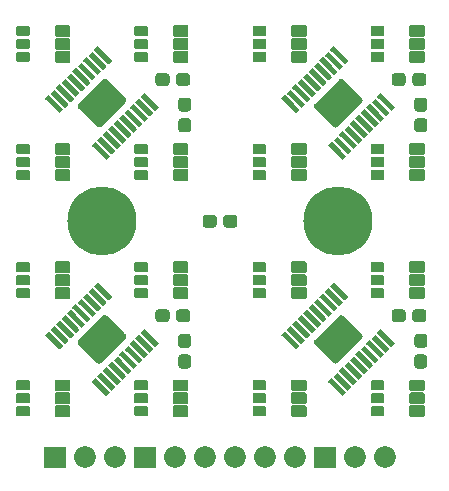
<source format=gts>
%TF.GenerationSoftware,KiCad,Pcbnew,5.99.0-unknown-652a59b78~104~ubuntu20.04.1*%
%TF.CreationDate,2020-09-21T15:47:38+02:00*%
%TF.ProjectId,LEDBoard_4x4_16bit,4c454442-6f61-4726-945f-3478345f3136,4.0.0*%
%TF.SameCoordinates,Original*%
%TF.FileFunction,Soldermask,Top*%
%TF.FilePolarity,Negative*%
%FSLAX46Y46*%
G04 Gerber Fmt 4.6, Leading zero omitted, Abs format (unit mm)*
G04 Created by KiCad (PCBNEW 5.99.0-unknown-652a59b78~104~ubuntu20.04.1) date 2020-09-21 15:47:38*
%MOMM*%
%LPD*%
G01*
G04 APERTURE LIST*
%ADD10O,1.850000X1.850000*%
%ADD11C,5.850000*%
G04 APERTURE END LIST*
%TO.C,D4.4*%
G36*
G01*
X86025000Y-82300000D02*
X86025000Y-81500000D01*
G75*
G02*
X86125000Y-81400000I100000J0D01*
G01*
X87225000Y-81400000D01*
G75*
G02*
X87325000Y-81500000I0J-100000D01*
G01*
X87325000Y-82300000D01*
G75*
G02*
X87225000Y-82400000I-100000J0D01*
G01*
X86125000Y-82400000D01*
G75*
G02*
X86025000Y-82300000I0J100000D01*
G01*
G37*
G36*
G01*
X86025000Y-83400000D02*
X86025000Y-82600000D01*
G75*
G02*
X86125000Y-82500000I100000J0D01*
G01*
X87225000Y-82500000D01*
G75*
G02*
X87325000Y-82600000I0J-100000D01*
G01*
X87325000Y-83400000D01*
G75*
G02*
X87225000Y-83500000I-100000J0D01*
G01*
X86125000Y-83500000D01*
G75*
G02*
X86025000Y-83400000I0J100000D01*
G01*
G37*
G36*
G01*
X86025000Y-84500000D02*
X86025000Y-83700000D01*
G75*
G02*
X86125000Y-83600000I100000J0D01*
G01*
X87225000Y-83600000D01*
G75*
G02*
X87325000Y-83700000I0J-100000D01*
G01*
X87325000Y-84500000D01*
G75*
G02*
X87225000Y-84600000I-100000J0D01*
G01*
X86125000Y-84600000D01*
G75*
G02*
X86025000Y-84500000I0J100000D01*
G01*
G37*
G36*
G01*
X82750000Y-82240000D02*
X82750000Y-81560000D01*
G75*
G02*
X82835000Y-81475000I85000J0D01*
G01*
X83815000Y-81475000D01*
G75*
G02*
X83900000Y-81560000I0J-85000D01*
G01*
X83900000Y-82240000D01*
G75*
G02*
X83815000Y-82325000I-85000J0D01*
G01*
X82835000Y-82325000D01*
G75*
G02*
X82750000Y-82240000I0J85000D01*
G01*
G37*
G36*
G01*
X82750000Y-84440000D02*
X82750000Y-83760000D01*
G75*
G02*
X82835000Y-83675000I85000J0D01*
G01*
X83815000Y-83675000D01*
G75*
G02*
X83900000Y-83760000I0J-85000D01*
G01*
X83900000Y-84440000D01*
G75*
G02*
X83815000Y-84525000I-85000J0D01*
G01*
X82835000Y-84525000D01*
G75*
G02*
X82750000Y-84440000I0J85000D01*
G01*
G37*
G36*
G01*
X82750000Y-83340000D02*
X82750000Y-82660000D01*
G75*
G02*
X82835000Y-82575000I85000J0D01*
G01*
X83815000Y-82575000D01*
G75*
G02*
X83900000Y-82660000I0J-85000D01*
G01*
X83900000Y-83340000D01*
G75*
G02*
X83815000Y-83425000I-85000J0D01*
G01*
X82835000Y-83425000D01*
G75*
G02*
X82750000Y-83340000I0J85000D01*
G01*
G37*
%TD*%
%TO.C,D4.3*%
G36*
G01*
X86025000Y-72300000D02*
X86025000Y-71500000D01*
G75*
G02*
X86125000Y-71400000I100000J0D01*
G01*
X87225000Y-71400000D01*
G75*
G02*
X87325000Y-71500000I0J-100000D01*
G01*
X87325000Y-72300000D01*
G75*
G02*
X87225000Y-72400000I-100000J0D01*
G01*
X86125000Y-72400000D01*
G75*
G02*
X86025000Y-72300000I0J100000D01*
G01*
G37*
G36*
G01*
X86025000Y-73400000D02*
X86025000Y-72600000D01*
G75*
G02*
X86125000Y-72500000I100000J0D01*
G01*
X87225000Y-72500000D01*
G75*
G02*
X87325000Y-72600000I0J-100000D01*
G01*
X87325000Y-73400000D01*
G75*
G02*
X87225000Y-73500000I-100000J0D01*
G01*
X86125000Y-73500000D01*
G75*
G02*
X86025000Y-73400000I0J100000D01*
G01*
G37*
G36*
G01*
X86025000Y-74500000D02*
X86025000Y-73700000D01*
G75*
G02*
X86125000Y-73600000I100000J0D01*
G01*
X87225000Y-73600000D01*
G75*
G02*
X87325000Y-73700000I0J-100000D01*
G01*
X87325000Y-74500000D01*
G75*
G02*
X87225000Y-74600000I-100000J0D01*
G01*
X86125000Y-74600000D01*
G75*
G02*
X86025000Y-74500000I0J100000D01*
G01*
G37*
G36*
G01*
X82750000Y-72240000D02*
X82750000Y-71560000D01*
G75*
G02*
X82835000Y-71475000I85000J0D01*
G01*
X83815000Y-71475000D01*
G75*
G02*
X83900000Y-71560000I0J-85000D01*
G01*
X83900000Y-72240000D01*
G75*
G02*
X83815000Y-72325000I-85000J0D01*
G01*
X82835000Y-72325000D01*
G75*
G02*
X82750000Y-72240000I0J85000D01*
G01*
G37*
G36*
G01*
X82750000Y-74440000D02*
X82750000Y-73760000D01*
G75*
G02*
X82835000Y-73675000I85000J0D01*
G01*
X83815000Y-73675000D01*
G75*
G02*
X83900000Y-73760000I0J-85000D01*
G01*
X83900000Y-74440000D01*
G75*
G02*
X83815000Y-74525000I-85000J0D01*
G01*
X82835000Y-74525000D01*
G75*
G02*
X82750000Y-74440000I0J85000D01*
G01*
G37*
G36*
G01*
X82750000Y-73340000D02*
X82750000Y-72660000D01*
G75*
G02*
X82835000Y-72575000I85000J0D01*
G01*
X83815000Y-72575000D01*
G75*
G02*
X83900000Y-72660000I0J-85000D01*
G01*
X83900000Y-73340000D01*
G75*
G02*
X83815000Y-73425000I-85000J0D01*
G01*
X82835000Y-73425000D01*
G75*
G02*
X82750000Y-73340000I0J85000D01*
G01*
G37*
%TD*%
%TO.C,D4.2*%
G36*
G01*
X86025000Y-62300000D02*
X86025000Y-61500000D01*
G75*
G02*
X86125000Y-61400000I100000J0D01*
G01*
X87225000Y-61400000D01*
G75*
G02*
X87325000Y-61500000I0J-100000D01*
G01*
X87325000Y-62300000D01*
G75*
G02*
X87225000Y-62400000I-100000J0D01*
G01*
X86125000Y-62400000D01*
G75*
G02*
X86025000Y-62300000I0J100000D01*
G01*
G37*
G36*
G01*
X86025000Y-63400000D02*
X86025000Y-62600000D01*
G75*
G02*
X86125000Y-62500000I100000J0D01*
G01*
X87225000Y-62500000D01*
G75*
G02*
X87325000Y-62600000I0J-100000D01*
G01*
X87325000Y-63400000D01*
G75*
G02*
X87225000Y-63500000I-100000J0D01*
G01*
X86125000Y-63500000D01*
G75*
G02*
X86025000Y-63400000I0J100000D01*
G01*
G37*
G36*
G01*
X86025000Y-64500000D02*
X86025000Y-63700000D01*
G75*
G02*
X86125000Y-63600000I100000J0D01*
G01*
X87225000Y-63600000D01*
G75*
G02*
X87325000Y-63700000I0J-100000D01*
G01*
X87325000Y-64500000D01*
G75*
G02*
X87225000Y-64600000I-100000J0D01*
G01*
X86125000Y-64600000D01*
G75*
G02*
X86025000Y-64500000I0J100000D01*
G01*
G37*
G36*
G01*
X82750000Y-62240000D02*
X82750000Y-61560000D01*
G75*
G02*
X82835000Y-61475000I85000J0D01*
G01*
X83815000Y-61475000D01*
G75*
G02*
X83900000Y-61560000I0J-85000D01*
G01*
X83900000Y-62240000D01*
G75*
G02*
X83815000Y-62325000I-85000J0D01*
G01*
X82835000Y-62325000D01*
G75*
G02*
X82750000Y-62240000I0J85000D01*
G01*
G37*
G36*
G01*
X82750000Y-64440000D02*
X82750000Y-63760000D01*
G75*
G02*
X82835000Y-63675000I85000J0D01*
G01*
X83815000Y-63675000D01*
G75*
G02*
X83900000Y-63760000I0J-85000D01*
G01*
X83900000Y-64440000D01*
G75*
G02*
X83815000Y-64525000I-85000J0D01*
G01*
X82835000Y-64525000D01*
G75*
G02*
X82750000Y-64440000I0J85000D01*
G01*
G37*
G36*
G01*
X82750000Y-63340000D02*
X82750000Y-62660000D01*
G75*
G02*
X82835000Y-62575000I85000J0D01*
G01*
X83815000Y-62575000D01*
G75*
G02*
X83900000Y-62660000I0J-85000D01*
G01*
X83900000Y-63340000D01*
G75*
G02*
X83815000Y-63425000I-85000J0D01*
G01*
X82835000Y-63425000D01*
G75*
G02*
X82750000Y-63340000I0J85000D01*
G01*
G37*
%TD*%
%TO.C,D4.1*%
G36*
G01*
X86025000Y-52300000D02*
X86025000Y-51500000D01*
G75*
G02*
X86125000Y-51400000I100000J0D01*
G01*
X87225000Y-51400000D01*
G75*
G02*
X87325000Y-51500000I0J-100000D01*
G01*
X87325000Y-52300000D01*
G75*
G02*
X87225000Y-52400000I-100000J0D01*
G01*
X86125000Y-52400000D01*
G75*
G02*
X86025000Y-52300000I0J100000D01*
G01*
G37*
G36*
G01*
X86025000Y-53400000D02*
X86025000Y-52600000D01*
G75*
G02*
X86125000Y-52500000I100000J0D01*
G01*
X87225000Y-52500000D01*
G75*
G02*
X87325000Y-52600000I0J-100000D01*
G01*
X87325000Y-53400000D01*
G75*
G02*
X87225000Y-53500000I-100000J0D01*
G01*
X86125000Y-53500000D01*
G75*
G02*
X86025000Y-53400000I0J100000D01*
G01*
G37*
G36*
G01*
X86025000Y-54500000D02*
X86025000Y-53700000D01*
G75*
G02*
X86125000Y-53600000I100000J0D01*
G01*
X87225000Y-53600000D01*
G75*
G02*
X87325000Y-53700000I0J-100000D01*
G01*
X87325000Y-54500000D01*
G75*
G02*
X87225000Y-54600000I-100000J0D01*
G01*
X86125000Y-54600000D01*
G75*
G02*
X86025000Y-54500000I0J100000D01*
G01*
G37*
G36*
G01*
X82750000Y-52240000D02*
X82750000Y-51560000D01*
G75*
G02*
X82835000Y-51475000I85000J0D01*
G01*
X83815000Y-51475000D01*
G75*
G02*
X83900000Y-51560000I0J-85000D01*
G01*
X83900000Y-52240000D01*
G75*
G02*
X83815000Y-52325000I-85000J0D01*
G01*
X82835000Y-52325000D01*
G75*
G02*
X82750000Y-52240000I0J85000D01*
G01*
G37*
G36*
G01*
X82750000Y-54440000D02*
X82750000Y-53760000D01*
G75*
G02*
X82835000Y-53675000I85000J0D01*
G01*
X83815000Y-53675000D01*
G75*
G02*
X83900000Y-53760000I0J-85000D01*
G01*
X83900000Y-54440000D01*
G75*
G02*
X83815000Y-54525000I-85000J0D01*
G01*
X82835000Y-54525000D01*
G75*
G02*
X82750000Y-54440000I0J85000D01*
G01*
G37*
G36*
G01*
X82750000Y-53340000D02*
X82750000Y-52660000D01*
G75*
G02*
X82835000Y-52575000I85000J0D01*
G01*
X83815000Y-52575000D01*
G75*
G02*
X83900000Y-52660000I0J-85000D01*
G01*
X83900000Y-53340000D01*
G75*
G02*
X83815000Y-53425000I-85000J0D01*
G01*
X82835000Y-53425000D01*
G75*
G02*
X82750000Y-53340000I0J85000D01*
G01*
G37*
%TD*%
%TO.C,D3.4*%
G36*
G01*
X76025000Y-82300000D02*
X76025000Y-81500000D01*
G75*
G02*
X76125000Y-81400000I100000J0D01*
G01*
X77225000Y-81400000D01*
G75*
G02*
X77325000Y-81500000I0J-100000D01*
G01*
X77325000Y-82300000D01*
G75*
G02*
X77225000Y-82400000I-100000J0D01*
G01*
X76125000Y-82400000D01*
G75*
G02*
X76025000Y-82300000I0J100000D01*
G01*
G37*
G36*
G01*
X76025000Y-83400000D02*
X76025000Y-82600000D01*
G75*
G02*
X76125000Y-82500000I100000J0D01*
G01*
X77225000Y-82500000D01*
G75*
G02*
X77325000Y-82600000I0J-100000D01*
G01*
X77325000Y-83400000D01*
G75*
G02*
X77225000Y-83500000I-100000J0D01*
G01*
X76125000Y-83500000D01*
G75*
G02*
X76025000Y-83400000I0J100000D01*
G01*
G37*
G36*
G01*
X76025000Y-84500000D02*
X76025000Y-83700000D01*
G75*
G02*
X76125000Y-83600000I100000J0D01*
G01*
X77225000Y-83600000D01*
G75*
G02*
X77325000Y-83700000I0J-100000D01*
G01*
X77325000Y-84500000D01*
G75*
G02*
X77225000Y-84600000I-100000J0D01*
G01*
X76125000Y-84600000D01*
G75*
G02*
X76025000Y-84500000I0J100000D01*
G01*
G37*
G36*
G01*
X72750000Y-82240000D02*
X72750000Y-81560000D01*
G75*
G02*
X72835000Y-81475000I85000J0D01*
G01*
X73815000Y-81475000D01*
G75*
G02*
X73900000Y-81560000I0J-85000D01*
G01*
X73900000Y-82240000D01*
G75*
G02*
X73815000Y-82325000I-85000J0D01*
G01*
X72835000Y-82325000D01*
G75*
G02*
X72750000Y-82240000I0J85000D01*
G01*
G37*
G36*
G01*
X72750000Y-84440000D02*
X72750000Y-83760000D01*
G75*
G02*
X72835000Y-83675000I85000J0D01*
G01*
X73815000Y-83675000D01*
G75*
G02*
X73900000Y-83760000I0J-85000D01*
G01*
X73900000Y-84440000D01*
G75*
G02*
X73815000Y-84525000I-85000J0D01*
G01*
X72835000Y-84525000D01*
G75*
G02*
X72750000Y-84440000I0J85000D01*
G01*
G37*
G36*
G01*
X72750000Y-83340000D02*
X72750000Y-82660000D01*
G75*
G02*
X72835000Y-82575000I85000J0D01*
G01*
X73815000Y-82575000D01*
G75*
G02*
X73900000Y-82660000I0J-85000D01*
G01*
X73900000Y-83340000D01*
G75*
G02*
X73815000Y-83425000I-85000J0D01*
G01*
X72835000Y-83425000D01*
G75*
G02*
X72750000Y-83340000I0J85000D01*
G01*
G37*
%TD*%
%TO.C,D3.3*%
G36*
G01*
X76025000Y-72300000D02*
X76025000Y-71500000D01*
G75*
G02*
X76125000Y-71400000I100000J0D01*
G01*
X77225000Y-71400000D01*
G75*
G02*
X77325000Y-71500000I0J-100000D01*
G01*
X77325000Y-72300000D01*
G75*
G02*
X77225000Y-72400000I-100000J0D01*
G01*
X76125000Y-72400000D01*
G75*
G02*
X76025000Y-72300000I0J100000D01*
G01*
G37*
G36*
G01*
X76025000Y-73400000D02*
X76025000Y-72600000D01*
G75*
G02*
X76125000Y-72500000I100000J0D01*
G01*
X77225000Y-72500000D01*
G75*
G02*
X77325000Y-72600000I0J-100000D01*
G01*
X77325000Y-73400000D01*
G75*
G02*
X77225000Y-73500000I-100000J0D01*
G01*
X76125000Y-73500000D01*
G75*
G02*
X76025000Y-73400000I0J100000D01*
G01*
G37*
G36*
G01*
X76025000Y-74500000D02*
X76025000Y-73700000D01*
G75*
G02*
X76125000Y-73600000I100000J0D01*
G01*
X77225000Y-73600000D01*
G75*
G02*
X77325000Y-73700000I0J-100000D01*
G01*
X77325000Y-74500000D01*
G75*
G02*
X77225000Y-74600000I-100000J0D01*
G01*
X76125000Y-74600000D01*
G75*
G02*
X76025000Y-74500000I0J100000D01*
G01*
G37*
G36*
G01*
X72750000Y-72240000D02*
X72750000Y-71560000D01*
G75*
G02*
X72835000Y-71475000I85000J0D01*
G01*
X73815000Y-71475000D01*
G75*
G02*
X73900000Y-71560000I0J-85000D01*
G01*
X73900000Y-72240000D01*
G75*
G02*
X73815000Y-72325000I-85000J0D01*
G01*
X72835000Y-72325000D01*
G75*
G02*
X72750000Y-72240000I0J85000D01*
G01*
G37*
G36*
G01*
X72750000Y-74440000D02*
X72750000Y-73760000D01*
G75*
G02*
X72835000Y-73675000I85000J0D01*
G01*
X73815000Y-73675000D01*
G75*
G02*
X73900000Y-73760000I0J-85000D01*
G01*
X73900000Y-74440000D01*
G75*
G02*
X73815000Y-74525000I-85000J0D01*
G01*
X72835000Y-74525000D01*
G75*
G02*
X72750000Y-74440000I0J85000D01*
G01*
G37*
G36*
G01*
X72750000Y-73340000D02*
X72750000Y-72660000D01*
G75*
G02*
X72835000Y-72575000I85000J0D01*
G01*
X73815000Y-72575000D01*
G75*
G02*
X73900000Y-72660000I0J-85000D01*
G01*
X73900000Y-73340000D01*
G75*
G02*
X73815000Y-73425000I-85000J0D01*
G01*
X72835000Y-73425000D01*
G75*
G02*
X72750000Y-73340000I0J85000D01*
G01*
G37*
%TD*%
%TO.C,D3.2*%
G36*
G01*
X76025000Y-62300000D02*
X76025000Y-61500000D01*
G75*
G02*
X76125000Y-61400000I100000J0D01*
G01*
X77225000Y-61400000D01*
G75*
G02*
X77325000Y-61500000I0J-100000D01*
G01*
X77325000Y-62300000D01*
G75*
G02*
X77225000Y-62400000I-100000J0D01*
G01*
X76125000Y-62400000D01*
G75*
G02*
X76025000Y-62300000I0J100000D01*
G01*
G37*
G36*
G01*
X76025000Y-63400000D02*
X76025000Y-62600000D01*
G75*
G02*
X76125000Y-62500000I100000J0D01*
G01*
X77225000Y-62500000D01*
G75*
G02*
X77325000Y-62600000I0J-100000D01*
G01*
X77325000Y-63400000D01*
G75*
G02*
X77225000Y-63500000I-100000J0D01*
G01*
X76125000Y-63500000D01*
G75*
G02*
X76025000Y-63400000I0J100000D01*
G01*
G37*
G36*
G01*
X76025000Y-64500000D02*
X76025000Y-63700000D01*
G75*
G02*
X76125000Y-63600000I100000J0D01*
G01*
X77225000Y-63600000D01*
G75*
G02*
X77325000Y-63700000I0J-100000D01*
G01*
X77325000Y-64500000D01*
G75*
G02*
X77225000Y-64600000I-100000J0D01*
G01*
X76125000Y-64600000D01*
G75*
G02*
X76025000Y-64500000I0J100000D01*
G01*
G37*
G36*
G01*
X72750000Y-62240000D02*
X72750000Y-61560000D01*
G75*
G02*
X72835000Y-61475000I85000J0D01*
G01*
X73815000Y-61475000D01*
G75*
G02*
X73900000Y-61560000I0J-85000D01*
G01*
X73900000Y-62240000D01*
G75*
G02*
X73815000Y-62325000I-85000J0D01*
G01*
X72835000Y-62325000D01*
G75*
G02*
X72750000Y-62240000I0J85000D01*
G01*
G37*
G36*
G01*
X72750000Y-64440000D02*
X72750000Y-63760000D01*
G75*
G02*
X72835000Y-63675000I85000J0D01*
G01*
X73815000Y-63675000D01*
G75*
G02*
X73900000Y-63760000I0J-85000D01*
G01*
X73900000Y-64440000D01*
G75*
G02*
X73815000Y-64525000I-85000J0D01*
G01*
X72835000Y-64525000D01*
G75*
G02*
X72750000Y-64440000I0J85000D01*
G01*
G37*
G36*
G01*
X72750000Y-63340000D02*
X72750000Y-62660000D01*
G75*
G02*
X72835000Y-62575000I85000J0D01*
G01*
X73815000Y-62575000D01*
G75*
G02*
X73900000Y-62660000I0J-85000D01*
G01*
X73900000Y-63340000D01*
G75*
G02*
X73815000Y-63425000I-85000J0D01*
G01*
X72835000Y-63425000D01*
G75*
G02*
X72750000Y-63340000I0J85000D01*
G01*
G37*
%TD*%
%TO.C,D3.1*%
G36*
G01*
X76025000Y-52300000D02*
X76025000Y-51500000D01*
G75*
G02*
X76125000Y-51400000I100000J0D01*
G01*
X77225000Y-51400000D01*
G75*
G02*
X77325000Y-51500000I0J-100000D01*
G01*
X77325000Y-52300000D01*
G75*
G02*
X77225000Y-52400000I-100000J0D01*
G01*
X76125000Y-52400000D01*
G75*
G02*
X76025000Y-52300000I0J100000D01*
G01*
G37*
G36*
G01*
X76025000Y-53400000D02*
X76025000Y-52600000D01*
G75*
G02*
X76125000Y-52500000I100000J0D01*
G01*
X77225000Y-52500000D01*
G75*
G02*
X77325000Y-52600000I0J-100000D01*
G01*
X77325000Y-53400000D01*
G75*
G02*
X77225000Y-53500000I-100000J0D01*
G01*
X76125000Y-53500000D01*
G75*
G02*
X76025000Y-53400000I0J100000D01*
G01*
G37*
G36*
G01*
X76025000Y-54500000D02*
X76025000Y-53700000D01*
G75*
G02*
X76125000Y-53600000I100000J0D01*
G01*
X77225000Y-53600000D01*
G75*
G02*
X77325000Y-53700000I0J-100000D01*
G01*
X77325000Y-54500000D01*
G75*
G02*
X77225000Y-54600000I-100000J0D01*
G01*
X76125000Y-54600000D01*
G75*
G02*
X76025000Y-54500000I0J100000D01*
G01*
G37*
G36*
G01*
X72750000Y-52240000D02*
X72750000Y-51560000D01*
G75*
G02*
X72835000Y-51475000I85000J0D01*
G01*
X73815000Y-51475000D01*
G75*
G02*
X73900000Y-51560000I0J-85000D01*
G01*
X73900000Y-52240000D01*
G75*
G02*
X73815000Y-52325000I-85000J0D01*
G01*
X72835000Y-52325000D01*
G75*
G02*
X72750000Y-52240000I0J85000D01*
G01*
G37*
G36*
G01*
X72750000Y-54440000D02*
X72750000Y-53760000D01*
G75*
G02*
X72835000Y-53675000I85000J0D01*
G01*
X73815000Y-53675000D01*
G75*
G02*
X73900000Y-53760000I0J-85000D01*
G01*
X73900000Y-54440000D01*
G75*
G02*
X73815000Y-54525000I-85000J0D01*
G01*
X72835000Y-54525000D01*
G75*
G02*
X72750000Y-54440000I0J85000D01*
G01*
G37*
G36*
G01*
X72750000Y-53340000D02*
X72750000Y-52660000D01*
G75*
G02*
X72835000Y-52575000I85000J0D01*
G01*
X73815000Y-52575000D01*
G75*
G02*
X73900000Y-52660000I0J-85000D01*
G01*
X73900000Y-53340000D01*
G75*
G02*
X73815000Y-53425000I-85000J0D01*
G01*
X72835000Y-53425000D01*
G75*
G02*
X72750000Y-53340000I0J85000D01*
G01*
G37*
%TD*%
%TO.C,D2.4*%
G36*
G01*
X66025000Y-82300000D02*
X66025000Y-81500000D01*
G75*
G02*
X66125000Y-81400000I100000J0D01*
G01*
X67225000Y-81400000D01*
G75*
G02*
X67325000Y-81500000I0J-100000D01*
G01*
X67325000Y-82300000D01*
G75*
G02*
X67225000Y-82400000I-100000J0D01*
G01*
X66125000Y-82400000D01*
G75*
G02*
X66025000Y-82300000I0J100000D01*
G01*
G37*
G36*
G01*
X66025000Y-83400000D02*
X66025000Y-82600000D01*
G75*
G02*
X66125000Y-82500000I100000J0D01*
G01*
X67225000Y-82500000D01*
G75*
G02*
X67325000Y-82600000I0J-100000D01*
G01*
X67325000Y-83400000D01*
G75*
G02*
X67225000Y-83500000I-100000J0D01*
G01*
X66125000Y-83500000D01*
G75*
G02*
X66025000Y-83400000I0J100000D01*
G01*
G37*
G36*
G01*
X66025000Y-84500000D02*
X66025000Y-83700000D01*
G75*
G02*
X66125000Y-83600000I100000J0D01*
G01*
X67225000Y-83600000D01*
G75*
G02*
X67325000Y-83700000I0J-100000D01*
G01*
X67325000Y-84500000D01*
G75*
G02*
X67225000Y-84600000I-100000J0D01*
G01*
X66125000Y-84600000D01*
G75*
G02*
X66025000Y-84500000I0J100000D01*
G01*
G37*
G36*
G01*
X62750000Y-82240000D02*
X62750000Y-81560000D01*
G75*
G02*
X62835000Y-81475000I85000J0D01*
G01*
X63815000Y-81475000D01*
G75*
G02*
X63900000Y-81560000I0J-85000D01*
G01*
X63900000Y-82240000D01*
G75*
G02*
X63815000Y-82325000I-85000J0D01*
G01*
X62835000Y-82325000D01*
G75*
G02*
X62750000Y-82240000I0J85000D01*
G01*
G37*
G36*
G01*
X62750000Y-84440000D02*
X62750000Y-83760000D01*
G75*
G02*
X62835000Y-83675000I85000J0D01*
G01*
X63815000Y-83675000D01*
G75*
G02*
X63900000Y-83760000I0J-85000D01*
G01*
X63900000Y-84440000D01*
G75*
G02*
X63815000Y-84525000I-85000J0D01*
G01*
X62835000Y-84525000D01*
G75*
G02*
X62750000Y-84440000I0J85000D01*
G01*
G37*
G36*
G01*
X62750000Y-83340000D02*
X62750000Y-82660000D01*
G75*
G02*
X62835000Y-82575000I85000J0D01*
G01*
X63815000Y-82575000D01*
G75*
G02*
X63900000Y-82660000I0J-85000D01*
G01*
X63900000Y-83340000D01*
G75*
G02*
X63815000Y-83425000I-85000J0D01*
G01*
X62835000Y-83425000D01*
G75*
G02*
X62750000Y-83340000I0J85000D01*
G01*
G37*
%TD*%
%TO.C,D2.3*%
G36*
G01*
X66025000Y-72300000D02*
X66025000Y-71500000D01*
G75*
G02*
X66125000Y-71400000I100000J0D01*
G01*
X67225000Y-71400000D01*
G75*
G02*
X67325000Y-71500000I0J-100000D01*
G01*
X67325000Y-72300000D01*
G75*
G02*
X67225000Y-72400000I-100000J0D01*
G01*
X66125000Y-72400000D01*
G75*
G02*
X66025000Y-72300000I0J100000D01*
G01*
G37*
G36*
G01*
X66025000Y-73400000D02*
X66025000Y-72600000D01*
G75*
G02*
X66125000Y-72500000I100000J0D01*
G01*
X67225000Y-72500000D01*
G75*
G02*
X67325000Y-72600000I0J-100000D01*
G01*
X67325000Y-73400000D01*
G75*
G02*
X67225000Y-73500000I-100000J0D01*
G01*
X66125000Y-73500000D01*
G75*
G02*
X66025000Y-73400000I0J100000D01*
G01*
G37*
G36*
G01*
X66025000Y-74500000D02*
X66025000Y-73700000D01*
G75*
G02*
X66125000Y-73600000I100000J0D01*
G01*
X67225000Y-73600000D01*
G75*
G02*
X67325000Y-73700000I0J-100000D01*
G01*
X67325000Y-74500000D01*
G75*
G02*
X67225000Y-74600000I-100000J0D01*
G01*
X66125000Y-74600000D01*
G75*
G02*
X66025000Y-74500000I0J100000D01*
G01*
G37*
G36*
G01*
X62750000Y-72240000D02*
X62750000Y-71560000D01*
G75*
G02*
X62835000Y-71475000I85000J0D01*
G01*
X63815000Y-71475000D01*
G75*
G02*
X63900000Y-71560000I0J-85000D01*
G01*
X63900000Y-72240000D01*
G75*
G02*
X63815000Y-72325000I-85000J0D01*
G01*
X62835000Y-72325000D01*
G75*
G02*
X62750000Y-72240000I0J85000D01*
G01*
G37*
G36*
G01*
X62750000Y-74440000D02*
X62750000Y-73760000D01*
G75*
G02*
X62835000Y-73675000I85000J0D01*
G01*
X63815000Y-73675000D01*
G75*
G02*
X63900000Y-73760000I0J-85000D01*
G01*
X63900000Y-74440000D01*
G75*
G02*
X63815000Y-74525000I-85000J0D01*
G01*
X62835000Y-74525000D01*
G75*
G02*
X62750000Y-74440000I0J85000D01*
G01*
G37*
G36*
G01*
X62750000Y-73340000D02*
X62750000Y-72660000D01*
G75*
G02*
X62835000Y-72575000I85000J0D01*
G01*
X63815000Y-72575000D01*
G75*
G02*
X63900000Y-72660000I0J-85000D01*
G01*
X63900000Y-73340000D01*
G75*
G02*
X63815000Y-73425000I-85000J0D01*
G01*
X62835000Y-73425000D01*
G75*
G02*
X62750000Y-73340000I0J85000D01*
G01*
G37*
%TD*%
%TO.C,D2.2*%
G36*
G01*
X66025000Y-62300000D02*
X66025000Y-61500000D01*
G75*
G02*
X66125000Y-61400000I100000J0D01*
G01*
X67225000Y-61400000D01*
G75*
G02*
X67325000Y-61500000I0J-100000D01*
G01*
X67325000Y-62300000D01*
G75*
G02*
X67225000Y-62400000I-100000J0D01*
G01*
X66125000Y-62400000D01*
G75*
G02*
X66025000Y-62300000I0J100000D01*
G01*
G37*
G36*
G01*
X66025000Y-63400000D02*
X66025000Y-62600000D01*
G75*
G02*
X66125000Y-62500000I100000J0D01*
G01*
X67225000Y-62500000D01*
G75*
G02*
X67325000Y-62600000I0J-100000D01*
G01*
X67325000Y-63400000D01*
G75*
G02*
X67225000Y-63500000I-100000J0D01*
G01*
X66125000Y-63500000D01*
G75*
G02*
X66025000Y-63400000I0J100000D01*
G01*
G37*
G36*
G01*
X66025000Y-64500000D02*
X66025000Y-63700000D01*
G75*
G02*
X66125000Y-63600000I100000J0D01*
G01*
X67225000Y-63600000D01*
G75*
G02*
X67325000Y-63700000I0J-100000D01*
G01*
X67325000Y-64500000D01*
G75*
G02*
X67225000Y-64600000I-100000J0D01*
G01*
X66125000Y-64600000D01*
G75*
G02*
X66025000Y-64500000I0J100000D01*
G01*
G37*
G36*
G01*
X62750000Y-62240000D02*
X62750000Y-61560000D01*
G75*
G02*
X62835000Y-61475000I85000J0D01*
G01*
X63815000Y-61475000D01*
G75*
G02*
X63900000Y-61560000I0J-85000D01*
G01*
X63900000Y-62240000D01*
G75*
G02*
X63815000Y-62325000I-85000J0D01*
G01*
X62835000Y-62325000D01*
G75*
G02*
X62750000Y-62240000I0J85000D01*
G01*
G37*
G36*
G01*
X62750000Y-64440000D02*
X62750000Y-63760000D01*
G75*
G02*
X62835000Y-63675000I85000J0D01*
G01*
X63815000Y-63675000D01*
G75*
G02*
X63900000Y-63760000I0J-85000D01*
G01*
X63900000Y-64440000D01*
G75*
G02*
X63815000Y-64525000I-85000J0D01*
G01*
X62835000Y-64525000D01*
G75*
G02*
X62750000Y-64440000I0J85000D01*
G01*
G37*
G36*
G01*
X62750000Y-63340000D02*
X62750000Y-62660000D01*
G75*
G02*
X62835000Y-62575000I85000J0D01*
G01*
X63815000Y-62575000D01*
G75*
G02*
X63900000Y-62660000I0J-85000D01*
G01*
X63900000Y-63340000D01*
G75*
G02*
X63815000Y-63425000I-85000J0D01*
G01*
X62835000Y-63425000D01*
G75*
G02*
X62750000Y-63340000I0J85000D01*
G01*
G37*
%TD*%
%TO.C,D2.1*%
G36*
G01*
X66025000Y-52300000D02*
X66025000Y-51500000D01*
G75*
G02*
X66125000Y-51400000I100000J0D01*
G01*
X67225000Y-51400000D01*
G75*
G02*
X67325000Y-51500000I0J-100000D01*
G01*
X67325000Y-52300000D01*
G75*
G02*
X67225000Y-52400000I-100000J0D01*
G01*
X66125000Y-52400000D01*
G75*
G02*
X66025000Y-52300000I0J100000D01*
G01*
G37*
G36*
G01*
X66025000Y-53400000D02*
X66025000Y-52600000D01*
G75*
G02*
X66125000Y-52500000I100000J0D01*
G01*
X67225000Y-52500000D01*
G75*
G02*
X67325000Y-52600000I0J-100000D01*
G01*
X67325000Y-53400000D01*
G75*
G02*
X67225000Y-53500000I-100000J0D01*
G01*
X66125000Y-53500000D01*
G75*
G02*
X66025000Y-53400000I0J100000D01*
G01*
G37*
G36*
G01*
X66025000Y-54500000D02*
X66025000Y-53700000D01*
G75*
G02*
X66125000Y-53600000I100000J0D01*
G01*
X67225000Y-53600000D01*
G75*
G02*
X67325000Y-53700000I0J-100000D01*
G01*
X67325000Y-54500000D01*
G75*
G02*
X67225000Y-54600000I-100000J0D01*
G01*
X66125000Y-54600000D01*
G75*
G02*
X66025000Y-54500000I0J100000D01*
G01*
G37*
G36*
G01*
X62750000Y-52240000D02*
X62750000Y-51560000D01*
G75*
G02*
X62835000Y-51475000I85000J0D01*
G01*
X63815000Y-51475000D01*
G75*
G02*
X63900000Y-51560000I0J-85000D01*
G01*
X63900000Y-52240000D01*
G75*
G02*
X63815000Y-52325000I-85000J0D01*
G01*
X62835000Y-52325000D01*
G75*
G02*
X62750000Y-52240000I0J85000D01*
G01*
G37*
G36*
G01*
X62750000Y-54440000D02*
X62750000Y-53760000D01*
G75*
G02*
X62835000Y-53675000I85000J0D01*
G01*
X63815000Y-53675000D01*
G75*
G02*
X63900000Y-53760000I0J-85000D01*
G01*
X63900000Y-54440000D01*
G75*
G02*
X63815000Y-54525000I-85000J0D01*
G01*
X62835000Y-54525000D01*
G75*
G02*
X62750000Y-54440000I0J85000D01*
G01*
G37*
G36*
G01*
X62750000Y-53340000D02*
X62750000Y-52660000D01*
G75*
G02*
X62835000Y-52575000I85000J0D01*
G01*
X63815000Y-52575000D01*
G75*
G02*
X63900000Y-52660000I0J-85000D01*
G01*
X63900000Y-53340000D01*
G75*
G02*
X63815000Y-53425000I-85000J0D01*
G01*
X62835000Y-53425000D01*
G75*
G02*
X62750000Y-53340000I0J85000D01*
G01*
G37*
%TD*%
%TO.C,D1.4*%
G36*
G01*
X56025000Y-82300000D02*
X56025000Y-81500000D01*
G75*
G02*
X56125000Y-81400000I100000J0D01*
G01*
X57225000Y-81400000D01*
G75*
G02*
X57325000Y-81500000I0J-100000D01*
G01*
X57325000Y-82300000D01*
G75*
G02*
X57225000Y-82400000I-100000J0D01*
G01*
X56125000Y-82400000D01*
G75*
G02*
X56025000Y-82300000I0J100000D01*
G01*
G37*
G36*
G01*
X56025000Y-83400000D02*
X56025000Y-82600000D01*
G75*
G02*
X56125000Y-82500000I100000J0D01*
G01*
X57225000Y-82500000D01*
G75*
G02*
X57325000Y-82600000I0J-100000D01*
G01*
X57325000Y-83400000D01*
G75*
G02*
X57225000Y-83500000I-100000J0D01*
G01*
X56125000Y-83500000D01*
G75*
G02*
X56025000Y-83400000I0J100000D01*
G01*
G37*
G36*
G01*
X56025000Y-84500000D02*
X56025000Y-83700000D01*
G75*
G02*
X56125000Y-83600000I100000J0D01*
G01*
X57225000Y-83600000D01*
G75*
G02*
X57325000Y-83700000I0J-100000D01*
G01*
X57325000Y-84500000D01*
G75*
G02*
X57225000Y-84600000I-100000J0D01*
G01*
X56125000Y-84600000D01*
G75*
G02*
X56025000Y-84500000I0J100000D01*
G01*
G37*
G36*
G01*
X52750000Y-82240000D02*
X52750000Y-81560000D01*
G75*
G02*
X52835000Y-81475000I85000J0D01*
G01*
X53815000Y-81475000D01*
G75*
G02*
X53900000Y-81560000I0J-85000D01*
G01*
X53900000Y-82240000D01*
G75*
G02*
X53815000Y-82325000I-85000J0D01*
G01*
X52835000Y-82325000D01*
G75*
G02*
X52750000Y-82240000I0J85000D01*
G01*
G37*
G36*
G01*
X52750000Y-84440000D02*
X52750000Y-83760000D01*
G75*
G02*
X52835000Y-83675000I85000J0D01*
G01*
X53815000Y-83675000D01*
G75*
G02*
X53900000Y-83760000I0J-85000D01*
G01*
X53900000Y-84440000D01*
G75*
G02*
X53815000Y-84525000I-85000J0D01*
G01*
X52835000Y-84525000D01*
G75*
G02*
X52750000Y-84440000I0J85000D01*
G01*
G37*
G36*
G01*
X52750000Y-83340000D02*
X52750000Y-82660000D01*
G75*
G02*
X52835000Y-82575000I85000J0D01*
G01*
X53815000Y-82575000D01*
G75*
G02*
X53900000Y-82660000I0J-85000D01*
G01*
X53900000Y-83340000D01*
G75*
G02*
X53815000Y-83425000I-85000J0D01*
G01*
X52835000Y-83425000D01*
G75*
G02*
X52750000Y-83340000I0J85000D01*
G01*
G37*
%TD*%
%TO.C,D1.3*%
G36*
G01*
X56025000Y-72300000D02*
X56025000Y-71500000D01*
G75*
G02*
X56125000Y-71400000I100000J0D01*
G01*
X57225000Y-71400000D01*
G75*
G02*
X57325000Y-71500000I0J-100000D01*
G01*
X57325000Y-72300000D01*
G75*
G02*
X57225000Y-72400000I-100000J0D01*
G01*
X56125000Y-72400000D01*
G75*
G02*
X56025000Y-72300000I0J100000D01*
G01*
G37*
G36*
G01*
X56025000Y-73400000D02*
X56025000Y-72600000D01*
G75*
G02*
X56125000Y-72500000I100000J0D01*
G01*
X57225000Y-72500000D01*
G75*
G02*
X57325000Y-72600000I0J-100000D01*
G01*
X57325000Y-73400000D01*
G75*
G02*
X57225000Y-73500000I-100000J0D01*
G01*
X56125000Y-73500000D01*
G75*
G02*
X56025000Y-73400000I0J100000D01*
G01*
G37*
G36*
G01*
X56025000Y-74500000D02*
X56025000Y-73700000D01*
G75*
G02*
X56125000Y-73600000I100000J0D01*
G01*
X57225000Y-73600000D01*
G75*
G02*
X57325000Y-73700000I0J-100000D01*
G01*
X57325000Y-74500000D01*
G75*
G02*
X57225000Y-74600000I-100000J0D01*
G01*
X56125000Y-74600000D01*
G75*
G02*
X56025000Y-74500000I0J100000D01*
G01*
G37*
G36*
G01*
X52750000Y-72240000D02*
X52750000Y-71560000D01*
G75*
G02*
X52835000Y-71475000I85000J0D01*
G01*
X53815000Y-71475000D01*
G75*
G02*
X53900000Y-71560000I0J-85000D01*
G01*
X53900000Y-72240000D01*
G75*
G02*
X53815000Y-72325000I-85000J0D01*
G01*
X52835000Y-72325000D01*
G75*
G02*
X52750000Y-72240000I0J85000D01*
G01*
G37*
G36*
G01*
X52750000Y-74440000D02*
X52750000Y-73760000D01*
G75*
G02*
X52835000Y-73675000I85000J0D01*
G01*
X53815000Y-73675000D01*
G75*
G02*
X53900000Y-73760000I0J-85000D01*
G01*
X53900000Y-74440000D01*
G75*
G02*
X53815000Y-74525000I-85000J0D01*
G01*
X52835000Y-74525000D01*
G75*
G02*
X52750000Y-74440000I0J85000D01*
G01*
G37*
G36*
G01*
X52750000Y-73340000D02*
X52750000Y-72660000D01*
G75*
G02*
X52835000Y-72575000I85000J0D01*
G01*
X53815000Y-72575000D01*
G75*
G02*
X53900000Y-72660000I0J-85000D01*
G01*
X53900000Y-73340000D01*
G75*
G02*
X53815000Y-73425000I-85000J0D01*
G01*
X52835000Y-73425000D01*
G75*
G02*
X52750000Y-73340000I0J85000D01*
G01*
G37*
%TD*%
%TO.C,D1.2*%
G36*
G01*
X56025000Y-62300000D02*
X56025000Y-61500000D01*
G75*
G02*
X56125000Y-61400000I100000J0D01*
G01*
X57225000Y-61400000D01*
G75*
G02*
X57325000Y-61500000I0J-100000D01*
G01*
X57325000Y-62300000D01*
G75*
G02*
X57225000Y-62400000I-100000J0D01*
G01*
X56125000Y-62400000D01*
G75*
G02*
X56025000Y-62300000I0J100000D01*
G01*
G37*
G36*
G01*
X56025000Y-63400000D02*
X56025000Y-62600000D01*
G75*
G02*
X56125000Y-62500000I100000J0D01*
G01*
X57225000Y-62500000D01*
G75*
G02*
X57325000Y-62600000I0J-100000D01*
G01*
X57325000Y-63400000D01*
G75*
G02*
X57225000Y-63500000I-100000J0D01*
G01*
X56125000Y-63500000D01*
G75*
G02*
X56025000Y-63400000I0J100000D01*
G01*
G37*
G36*
G01*
X56025000Y-64500000D02*
X56025000Y-63700000D01*
G75*
G02*
X56125000Y-63600000I100000J0D01*
G01*
X57225000Y-63600000D01*
G75*
G02*
X57325000Y-63700000I0J-100000D01*
G01*
X57325000Y-64500000D01*
G75*
G02*
X57225000Y-64600000I-100000J0D01*
G01*
X56125000Y-64600000D01*
G75*
G02*
X56025000Y-64500000I0J100000D01*
G01*
G37*
G36*
G01*
X52750000Y-62240000D02*
X52750000Y-61560000D01*
G75*
G02*
X52835000Y-61475000I85000J0D01*
G01*
X53815000Y-61475000D01*
G75*
G02*
X53900000Y-61560000I0J-85000D01*
G01*
X53900000Y-62240000D01*
G75*
G02*
X53815000Y-62325000I-85000J0D01*
G01*
X52835000Y-62325000D01*
G75*
G02*
X52750000Y-62240000I0J85000D01*
G01*
G37*
G36*
G01*
X52750000Y-64440000D02*
X52750000Y-63760000D01*
G75*
G02*
X52835000Y-63675000I85000J0D01*
G01*
X53815000Y-63675000D01*
G75*
G02*
X53900000Y-63760000I0J-85000D01*
G01*
X53900000Y-64440000D01*
G75*
G02*
X53815000Y-64525000I-85000J0D01*
G01*
X52835000Y-64525000D01*
G75*
G02*
X52750000Y-64440000I0J85000D01*
G01*
G37*
G36*
G01*
X52750000Y-63340000D02*
X52750000Y-62660000D01*
G75*
G02*
X52835000Y-62575000I85000J0D01*
G01*
X53815000Y-62575000D01*
G75*
G02*
X53900000Y-62660000I0J-85000D01*
G01*
X53900000Y-63340000D01*
G75*
G02*
X53815000Y-63425000I-85000J0D01*
G01*
X52835000Y-63425000D01*
G75*
G02*
X52750000Y-63340000I0J85000D01*
G01*
G37*
%TD*%
%TO.C,D1.1*%
G36*
G01*
X56025000Y-52300000D02*
X56025000Y-51500000D01*
G75*
G02*
X56125000Y-51400000I100000J0D01*
G01*
X57225000Y-51400000D01*
G75*
G02*
X57325000Y-51500000I0J-100000D01*
G01*
X57325000Y-52300000D01*
G75*
G02*
X57225000Y-52400000I-100000J0D01*
G01*
X56125000Y-52400000D01*
G75*
G02*
X56025000Y-52300000I0J100000D01*
G01*
G37*
G36*
G01*
X56025000Y-53400000D02*
X56025000Y-52600000D01*
G75*
G02*
X56125000Y-52500000I100000J0D01*
G01*
X57225000Y-52500000D01*
G75*
G02*
X57325000Y-52600000I0J-100000D01*
G01*
X57325000Y-53400000D01*
G75*
G02*
X57225000Y-53500000I-100000J0D01*
G01*
X56125000Y-53500000D01*
G75*
G02*
X56025000Y-53400000I0J100000D01*
G01*
G37*
G36*
G01*
X56025000Y-54500000D02*
X56025000Y-53700000D01*
G75*
G02*
X56125000Y-53600000I100000J0D01*
G01*
X57225000Y-53600000D01*
G75*
G02*
X57325000Y-53700000I0J-100000D01*
G01*
X57325000Y-54500000D01*
G75*
G02*
X57225000Y-54600000I-100000J0D01*
G01*
X56125000Y-54600000D01*
G75*
G02*
X56025000Y-54500000I0J100000D01*
G01*
G37*
G36*
G01*
X52750000Y-52240000D02*
X52750000Y-51560000D01*
G75*
G02*
X52835000Y-51475000I85000J0D01*
G01*
X53815000Y-51475000D01*
G75*
G02*
X53900000Y-51560000I0J-85000D01*
G01*
X53900000Y-52240000D01*
G75*
G02*
X53815000Y-52325000I-85000J0D01*
G01*
X52835000Y-52325000D01*
G75*
G02*
X52750000Y-52240000I0J85000D01*
G01*
G37*
G36*
G01*
X52750000Y-54440000D02*
X52750000Y-53760000D01*
G75*
G02*
X52835000Y-53675000I85000J0D01*
G01*
X53815000Y-53675000D01*
G75*
G02*
X53900000Y-53760000I0J-85000D01*
G01*
X53900000Y-54440000D01*
G75*
G02*
X53815000Y-54525000I-85000J0D01*
G01*
X52835000Y-54525000D01*
G75*
G02*
X52750000Y-54440000I0J85000D01*
G01*
G37*
G36*
G01*
X52750000Y-53340000D02*
X52750000Y-52660000D01*
G75*
G02*
X52835000Y-52575000I85000J0D01*
G01*
X53815000Y-52575000D01*
G75*
G02*
X53900000Y-52660000I0J-85000D01*
G01*
X53900000Y-53340000D01*
G75*
G02*
X53815000Y-53425000I-85000J0D01*
G01*
X52835000Y-53425000D01*
G75*
G02*
X52750000Y-53340000I0J85000D01*
G01*
G37*
%TD*%
D10*
%TO.C,J2*%
X76350000Y-88000000D03*
X73810000Y-88000000D03*
X71270000Y-88000000D03*
X68730000Y-88000000D03*
X66190000Y-88000000D03*
G36*
G01*
X62800000Y-87075000D02*
X64500000Y-87075000D01*
G75*
G02*
X64575000Y-87150000I0J-75000D01*
G01*
X64575000Y-88850000D01*
G75*
G02*
X64500000Y-88925000I-75000J0D01*
G01*
X62800000Y-88925000D01*
G75*
G02*
X62725000Y-88850000I0J75000D01*
G01*
X62725000Y-87150000D01*
G75*
G02*
X62800000Y-87075000I75000J0D01*
G01*
G37*
%TD*%
%TO.C,J1*%
X61110000Y-88000000D03*
X58570000Y-88000000D03*
G36*
G01*
X55180000Y-87075000D02*
X56880000Y-87075000D01*
G75*
G02*
X56955000Y-87150000I0J-75000D01*
G01*
X56955000Y-88850000D01*
G75*
G02*
X56880000Y-88925000I-75000J0D01*
G01*
X55180000Y-88925000D01*
G75*
G02*
X55105000Y-88850000I0J75000D01*
G01*
X55105000Y-87150000D01*
G75*
G02*
X55180000Y-87075000I75000J0D01*
G01*
G37*
%TD*%
%TO.C,J6*%
X83970000Y-88000000D03*
X81430000Y-88000000D03*
G36*
G01*
X78040000Y-87075000D02*
X79740000Y-87075000D01*
G75*
G02*
X79815000Y-87150000I0J-75000D01*
G01*
X79815000Y-88850000D01*
G75*
G02*
X79740000Y-88925000I-75000J0D01*
G01*
X78040000Y-88925000D01*
G75*
G02*
X77965000Y-88850000I0J75000D01*
G01*
X77965000Y-87150000D01*
G75*
G02*
X78040000Y-87075000I75000J0D01*
G01*
G37*
%TD*%
%TO.C,C1*%
G36*
G01*
X67275000Y-58725000D02*
X66725000Y-58725000D01*
G75*
G02*
X66450000Y-58450000I0J275000D01*
G01*
X66450000Y-57800000D01*
G75*
G02*
X66725000Y-57525000I275000J0D01*
G01*
X67275000Y-57525000D01*
G75*
G02*
X67550000Y-57800000I0J-275000D01*
G01*
X67550000Y-58450000D01*
G75*
G02*
X67275000Y-58725000I-275000J0D01*
G01*
G37*
G36*
G01*
X67275000Y-60475000D02*
X66725000Y-60475000D01*
G75*
G02*
X66450000Y-60200000I0J275000D01*
G01*
X66450000Y-59550000D01*
G75*
G02*
X66725000Y-59275000I275000J0D01*
G01*
X67275000Y-59275000D01*
G75*
G02*
X67550000Y-59550000I0J-275000D01*
G01*
X67550000Y-60200000D01*
G75*
G02*
X67275000Y-60475000I-275000J0D01*
G01*
G37*
%TD*%
%TO.C,C2*%
G36*
G01*
X87275000Y-58725000D02*
X86725000Y-58725000D01*
G75*
G02*
X86450000Y-58450000I0J275000D01*
G01*
X86450000Y-57800000D01*
G75*
G02*
X86725000Y-57525000I275000J0D01*
G01*
X87275000Y-57525000D01*
G75*
G02*
X87550000Y-57800000I0J-275000D01*
G01*
X87550000Y-58450000D01*
G75*
G02*
X87275000Y-58725000I-275000J0D01*
G01*
G37*
G36*
G01*
X87275000Y-60475000D02*
X86725000Y-60475000D01*
G75*
G02*
X86450000Y-60200000I0J275000D01*
G01*
X86450000Y-59550000D01*
G75*
G02*
X86725000Y-59275000I275000J0D01*
G01*
X87275000Y-59275000D01*
G75*
G02*
X87550000Y-59550000I0J-275000D01*
G01*
X87550000Y-60200000D01*
G75*
G02*
X87275000Y-60475000I-275000J0D01*
G01*
G37*
%TD*%
%TO.C,C3*%
G36*
G01*
X67275000Y-78725000D02*
X66725000Y-78725000D01*
G75*
G02*
X66450000Y-78450000I0J275000D01*
G01*
X66450000Y-77800000D01*
G75*
G02*
X66725000Y-77525000I275000J0D01*
G01*
X67275000Y-77525000D01*
G75*
G02*
X67550000Y-77800000I0J-275000D01*
G01*
X67550000Y-78450000D01*
G75*
G02*
X67275000Y-78725000I-275000J0D01*
G01*
G37*
G36*
G01*
X67275000Y-80475000D02*
X66725000Y-80475000D01*
G75*
G02*
X66450000Y-80200000I0J275000D01*
G01*
X66450000Y-79550000D01*
G75*
G02*
X66725000Y-79275000I275000J0D01*
G01*
X67275000Y-79275000D01*
G75*
G02*
X67550000Y-79550000I0J-275000D01*
G01*
X67550000Y-80200000D01*
G75*
G02*
X67275000Y-80475000I-275000J0D01*
G01*
G37*
%TD*%
%TO.C,C4*%
G36*
G01*
X87275000Y-78725000D02*
X86725000Y-78725000D01*
G75*
G02*
X86450000Y-78450000I0J275000D01*
G01*
X86450000Y-77800000D01*
G75*
G02*
X86725000Y-77525000I275000J0D01*
G01*
X87275000Y-77525000D01*
G75*
G02*
X87550000Y-77800000I0J-275000D01*
G01*
X87550000Y-78450000D01*
G75*
G02*
X87275000Y-78725000I-275000J0D01*
G01*
G37*
G36*
G01*
X87275000Y-80475000D02*
X86725000Y-80475000D01*
G75*
G02*
X86450000Y-80200000I0J275000D01*
G01*
X86450000Y-79550000D01*
G75*
G02*
X86725000Y-79275000I275000J0D01*
G01*
X87275000Y-79275000D01*
G75*
G02*
X87550000Y-79550000I0J-275000D01*
G01*
X87550000Y-80200000D01*
G75*
G02*
X87275000Y-80475000I-275000J0D01*
G01*
G37*
%TD*%
%TO.C,C5*%
G36*
G01*
X69725000Y-67725000D02*
X69725000Y-68275000D01*
G75*
G02*
X69450000Y-68550000I-275000J0D01*
G01*
X68800000Y-68550000D01*
G75*
G02*
X68525000Y-68275000I0J275000D01*
G01*
X68525000Y-67725000D01*
G75*
G02*
X68800000Y-67450000I275000J0D01*
G01*
X69450000Y-67450000D01*
G75*
G02*
X69725000Y-67725000I0J-275000D01*
G01*
G37*
G36*
G01*
X71475000Y-67725000D02*
X71475000Y-68275000D01*
G75*
G02*
X71200000Y-68550000I-275000J0D01*
G01*
X70550000Y-68550000D01*
G75*
G02*
X70275000Y-68275000I0J275000D01*
G01*
X70275000Y-67725000D01*
G75*
G02*
X70550000Y-67450000I275000J0D01*
G01*
X71200000Y-67450000D01*
G75*
G02*
X71475000Y-67725000I0J-275000D01*
G01*
G37*
%TD*%
%TO.C,R2*%
G36*
G01*
X86275000Y-56275000D02*
X86275000Y-55725000D01*
G75*
G02*
X86550000Y-55450000I275000J0D01*
G01*
X87200000Y-55450000D01*
G75*
G02*
X87475000Y-55725000I0J-275000D01*
G01*
X87475000Y-56275000D01*
G75*
G02*
X87200000Y-56550000I-275000J0D01*
G01*
X86550000Y-56550000D01*
G75*
G02*
X86275000Y-56275000I0J275000D01*
G01*
G37*
G36*
G01*
X84525000Y-56275000D02*
X84525000Y-55725000D01*
G75*
G02*
X84800000Y-55450000I275000J0D01*
G01*
X85450000Y-55450000D01*
G75*
G02*
X85725000Y-55725000I0J-275000D01*
G01*
X85725000Y-56275000D01*
G75*
G02*
X85450000Y-56550000I-275000J0D01*
G01*
X84800000Y-56550000D01*
G75*
G02*
X84525000Y-56275000I0J275000D01*
G01*
G37*
%TD*%
%TO.C,R3*%
G36*
G01*
X66275000Y-76275000D02*
X66275000Y-75725000D01*
G75*
G02*
X66550000Y-75450000I275000J0D01*
G01*
X67200000Y-75450000D01*
G75*
G02*
X67475000Y-75725000I0J-275000D01*
G01*
X67475000Y-76275000D01*
G75*
G02*
X67200000Y-76550000I-275000J0D01*
G01*
X66550000Y-76550000D01*
G75*
G02*
X66275000Y-76275000I0J275000D01*
G01*
G37*
G36*
G01*
X64525000Y-76275000D02*
X64525000Y-75725000D01*
G75*
G02*
X64800000Y-75450000I275000J0D01*
G01*
X65450000Y-75450000D01*
G75*
G02*
X65725000Y-75725000I0J-275000D01*
G01*
X65725000Y-76275000D01*
G75*
G02*
X65450000Y-76550000I-275000J0D01*
G01*
X64800000Y-76550000D01*
G75*
G02*
X64525000Y-76275000I0J275000D01*
G01*
G37*
%TD*%
%TO.C,R4*%
G36*
G01*
X86275000Y-76275000D02*
X86275000Y-75725000D01*
G75*
G02*
X86550000Y-75450000I275000J0D01*
G01*
X87200000Y-75450000D01*
G75*
G02*
X87475000Y-75725000I0J-275000D01*
G01*
X87475000Y-76275000D01*
G75*
G02*
X87200000Y-76550000I-275000J0D01*
G01*
X86550000Y-76550000D01*
G75*
G02*
X86275000Y-76275000I0J275000D01*
G01*
G37*
G36*
G01*
X84525000Y-76275000D02*
X84525000Y-75725000D01*
G75*
G02*
X84800000Y-75450000I275000J0D01*
G01*
X85450000Y-75450000D01*
G75*
G02*
X85725000Y-75725000I0J-275000D01*
G01*
X85725000Y-76275000D01*
G75*
G02*
X85450000Y-76550000I-275000J0D01*
G01*
X84800000Y-76550000D01*
G75*
G02*
X84525000Y-76275000I0J275000D01*
G01*
G37*
%TD*%
%TO.C,R1*%
G36*
G01*
X66275000Y-56275000D02*
X66275000Y-55725000D01*
G75*
G02*
X66550000Y-55450000I275000J0D01*
G01*
X67200000Y-55450000D01*
G75*
G02*
X67475000Y-55725000I0J-275000D01*
G01*
X67475000Y-56275000D01*
G75*
G02*
X67200000Y-56550000I-275000J0D01*
G01*
X66550000Y-56550000D01*
G75*
G02*
X66275000Y-56275000I0J275000D01*
G01*
G37*
G36*
G01*
X64525000Y-56275000D02*
X64525000Y-55725000D01*
G75*
G02*
X64800000Y-55450000I275000J0D01*
G01*
X65450000Y-55450000D01*
G75*
G02*
X65725000Y-55725000I0J-275000D01*
G01*
X65725000Y-56275000D01*
G75*
G02*
X65450000Y-56550000I-275000J0D01*
G01*
X64800000Y-56550000D01*
G75*
G02*
X64525000Y-56275000I0J275000D01*
G01*
G37*
%TD*%
D11*
%TO.C,MK1*%
X60000000Y-68000000D03*
%TD*%
%TO.C,MK2*%
X80000000Y-68000000D03*
%TD*%
%TO.C,U1*%
G36*
G01*
X58009495Y-58045962D02*
X60045962Y-56009495D01*
G75*
G02*
X60434870Y-56009495I194454J-194454D01*
G01*
X61990505Y-57565130D01*
G75*
G02*
X61990505Y-57954038I-194454J-194454D01*
G01*
X59954038Y-59990505D01*
G75*
G02*
X59565130Y-59990505I-194454J194454D01*
G01*
X58009495Y-58434870D01*
G75*
G02*
X58009495Y-58045962I194454J194454D01*
G01*
G37*
G36*
G01*
X59336026Y-53459668D02*
X59596242Y-53199452D01*
G75*
G02*
X59661296Y-53199452I32527J-32527D01*
G01*
X60840750Y-54378906D01*
G75*
G02*
X60840750Y-54443960I-32527J-32527D01*
G01*
X60580534Y-54704176D01*
G75*
G02*
X60515480Y-54704176I-32527J32527D01*
G01*
X59336026Y-53524722D01*
G75*
G02*
X59336026Y-53459668I32527J32527D01*
G01*
G37*
G36*
G01*
X58876407Y-53919287D02*
X59136623Y-53659071D01*
G75*
G02*
X59201677Y-53659071I32527J-32527D01*
G01*
X60381131Y-54838525D01*
G75*
G02*
X60381131Y-54903579I-32527J-32527D01*
G01*
X60120915Y-55163795D01*
G75*
G02*
X60055861Y-55163795I-32527J32527D01*
G01*
X58876407Y-53984341D01*
G75*
G02*
X58876407Y-53919287I32527J32527D01*
G01*
G37*
G36*
G01*
X58416788Y-54378906D02*
X58677004Y-54118690D01*
G75*
G02*
X58742058Y-54118690I32527J-32527D01*
G01*
X59921512Y-55298144D01*
G75*
G02*
X59921512Y-55363198I-32527J-32527D01*
G01*
X59661296Y-55623414D01*
G75*
G02*
X59596242Y-55623414I-32527J32527D01*
G01*
X58416788Y-54443960D01*
G75*
G02*
X58416788Y-54378906I32527J32527D01*
G01*
G37*
G36*
G01*
X57957168Y-54838526D02*
X58217384Y-54578310D01*
G75*
G02*
X58282438Y-54578310I32527J-32527D01*
G01*
X59461892Y-55757764D01*
G75*
G02*
X59461892Y-55822818I-32527J-32527D01*
G01*
X59201676Y-56083034D01*
G75*
G02*
X59136622Y-56083034I-32527J32527D01*
G01*
X57957168Y-54903580D01*
G75*
G02*
X57957168Y-54838526I32527J32527D01*
G01*
G37*
G36*
G01*
X57497549Y-55298145D02*
X57757765Y-55037929D01*
G75*
G02*
X57822819Y-55037929I32527J-32527D01*
G01*
X59002273Y-56217383D01*
G75*
G02*
X59002273Y-56282437I-32527J-32527D01*
G01*
X58742057Y-56542653D01*
G75*
G02*
X58677003Y-56542653I-32527J32527D01*
G01*
X57497549Y-55363199D01*
G75*
G02*
X57497549Y-55298145I32527J32527D01*
G01*
G37*
G36*
G01*
X57037929Y-55757765D02*
X57298145Y-55497549D01*
G75*
G02*
X57363199Y-55497549I32527J-32527D01*
G01*
X58542653Y-56677003D01*
G75*
G02*
X58542653Y-56742057I-32527J-32527D01*
G01*
X58282437Y-57002273D01*
G75*
G02*
X58217383Y-57002273I-32527J32527D01*
G01*
X57037929Y-55822819D01*
G75*
G02*
X57037929Y-55757765I32527J32527D01*
G01*
G37*
G36*
G01*
X56578310Y-56217384D02*
X56838526Y-55957168D01*
G75*
G02*
X56903580Y-55957168I32527J-32527D01*
G01*
X58083034Y-57136622D01*
G75*
G02*
X58083034Y-57201676I-32527J-32527D01*
G01*
X57822818Y-57461892D01*
G75*
G02*
X57757764Y-57461892I-32527J32527D01*
G01*
X56578310Y-56282438D01*
G75*
G02*
X56578310Y-56217384I32527J32527D01*
G01*
G37*
G36*
G01*
X56118690Y-56677004D02*
X56378906Y-56416788D01*
G75*
G02*
X56443960Y-56416788I32527J-32527D01*
G01*
X57623414Y-57596242D01*
G75*
G02*
X57623414Y-57661296I-32527J-32527D01*
G01*
X57363198Y-57921512D01*
G75*
G02*
X57298144Y-57921512I-32527J32527D01*
G01*
X56118690Y-56742058D01*
G75*
G02*
X56118690Y-56677004I32527J32527D01*
G01*
G37*
G36*
G01*
X55659071Y-57136623D02*
X55919287Y-56876407D01*
G75*
G02*
X55984341Y-56876407I32527J-32527D01*
G01*
X57163795Y-58055861D01*
G75*
G02*
X57163795Y-58120915I-32527J-32527D01*
G01*
X56903579Y-58381131D01*
G75*
G02*
X56838525Y-58381131I-32527J32527D01*
G01*
X55659071Y-57201677D01*
G75*
G02*
X55659071Y-57136623I32527J32527D01*
G01*
G37*
G36*
G01*
X55199452Y-57596242D02*
X55459668Y-57336026D01*
G75*
G02*
X55524722Y-57336026I32527J-32527D01*
G01*
X56704176Y-58515480D01*
G75*
G02*
X56704176Y-58580534I-32527J-32527D01*
G01*
X56443960Y-58840750D01*
G75*
G02*
X56378906Y-58840750I-32527J32527D01*
G01*
X55199452Y-57661296D01*
G75*
G02*
X55199452Y-57596242I32527J32527D01*
G01*
G37*
G36*
G01*
X59159250Y-61556040D02*
X59419466Y-61295824D01*
G75*
G02*
X59484520Y-61295824I32527J-32527D01*
G01*
X60663974Y-62475278D01*
G75*
G02*
X60663974Y-62540332I-32527J-32527D01*
G01*
X60403758Y-62800548D01*
G75*
G02*
X60338704Y-62800548I-32527J32527D01*
G01*
X59159250Y-61621094D01*
G75*
G02*
X59159250Y-61556040I32527J32527D01*
G01*
G37*
G36*
G01*
X59618869Y-61096421D02*
X59879085Y-60836205D01*
G75*
G02*
X59944139Y-60836205I32527J-32527D01*
G01*
X61123593Y-62015659D01*
G75*
G02*
X61123593Y-62080713I-32527J-32527D01*
G01*
X60863377Y-62340929D01*
G75*
G02*
X60798323Y-62340929I-32527J32527D01*
G01*
X59618869Y-61161475D01*
G75*
G02*
X59618869Y-61096421I32527J32527D01*
G01*
G37*
G36*
G01*
X60078488Y-60636802D02*
X60338704Y-60376586D01*
G75*
G02*
X60403758Y-60376586I32527J-32527D01*
G01*
X61583212Y-61556040D01*
G75*
G02*
X61583212Y-61621094I-32527J-32527D01*
G01*
X61322996Y-61881310D01*
G75*
G02*
X61257942Y-61881310I-32527J32527D01*
G01*
X60078488Y-60701856D01*
G75*
G02*
X60078488Y-60636802I32527J32527D01*
G01*
G37*
G36*
G01*
X60538108Y-60177182D02*
X60798324Y-59916966D01*
G75*
G02*
X60863378Y-59916966I32527J-32527D01*
G01*
X62042832Y-61096420D01*
G75*
G02*
X62042832Y-61161474I-32527J-32527D01*
G01*
X61782616Y-61421690D01*
G75*
G02*
X61717562Y-61421690I-32527J32527D01*
G01*
X60538108Y-60242236D01*
G75*
G02*
X60538108Y-60177182I32527J32527D01*
G01*
G37*
G36*
G01*
X60997727Y-59717563D02*
X61257943Y-59457347D01*
G75*
G02*
X61322997Y-59457347I32527J-32527D01*
G01*
X62502451Y-60636801D01*
G75*
G02*
X62502451Y-60701855I-32527J-32527D01*
G01*
X62242235Y-60962071D01*
G75*
G02*
X62177181Y-60962071I-32527J32527D01*
G01*
X60997727Y-59782617D01*
G75*
G02*
X60997727Y-59717563I32527J32527D01*
G01*
G37*
G36*
G01*
X61457347Y-59257943D02*
X61717563Y-58997727D01*
G75*
G02*
X61782617Y-58997727I32527J-32527D01*
G01*
X62962071Y-60177181D01*
G75*
G02*
X62962071Y-60242235I-32527J-32527D01*
G01*
X62701855Y-60502451D01*
G75*
G02*
X62636801Y-60502451I-32527J32527D01*
G01*
X61457347Y-59322997D01*
G75*
G02*
X61457347Y-59257943I32527J32527D01*
G01*
G37*
G36*
G01*
X61916966Y-58798324D02*
X62177182Y-58538108D01*
G75*
G02*
X62242236Y-58538108I32527J-32527D01*
G01*
X63421690Y-59717562D01*
G75*
G02*
X63421690Y-59782616I-32527J-32527D01*
G01*
X63161474Y-60042832D01*
G75*
G02*
X63096420Y-60042832I-32527J32527D01*
G01*
X61916966Y-58863378D01*
G75*
G02*
X61916966Y-58798324I32527J32527D01*
G01*
G37*
G36*
G01*
X62376586Y-58338704D02*
X62636802Y-58078488D01*
G75*
G02*
X62701856Y-58078488I32527J-32527D01*
G01*
X63881310Y-59257942D01*
G75*
G02*
X63881310Y-59322996I-32527J-32527D01*
G01*
X63621094Y-59583212D01*
G75*
G02*
X63556040Y-59583212I-32527J32527D01*
G01*
X62376586Y-58403758D01*
G75*
G02*
X62376586Y-58338704I32527J32527D01*
G01*
G37*
G36*
G01*
X62836205Y-57879085D02*
X63096421Y-57618869D01*
G75*
G02*
X63161475Y-57618869I32527J-32527D01*
G01*
X64340929Y-58798323D01*
G75*
G02*
X64340929Y-58863377I-32527J-32527D01*
G01*
X64080713Y-59123593D01*
G75*
G02*
X64015659Y-59123593I-32527J32527D01*
G01*
X62836205Y-57944139D01*
G75*
G02*
X62836205Y-57879085I32527J32527D01*
G01*
G37*
G36*
G01*
X63295824Y-57419466D02*
X63556040Y-57159250D01*
G75*
G02*
X63621094Y-57159250I32527J-32527D01*
G01*
X64800548Y-58338704D01*
G75*
G02*
X64800548Y-58403758I-32527J-32527D01*
G01*
X64540332Y-58663974D01*
G75*
G02*
X64475278Y-58663974I-32527J32527D01*
G01*
X63295824Y-57484520D01*
G75*
G02*
X63295824Y-57419466I32527J32527D01*
G01*
G37*
%TD*%
%TO.C,U2*%
G36*
G01*
X78009495Y-58045962D02*
X80045962Y-56009495D01*
G75*
G02*
X80434870Y-56009495I194454J-194454D01*
G01*
X81990505Y-57565130D01*
G75*
G02*
X81990505Y-57954038I-194454J-194454D01*
G01*
X79954038Y-59990505D01*
G75*
G02*
X79565130Y-59990505I-194454J194454D01*
G01*
X78009495Y-58434870D01*
G75*
G02*
X78009495Y-58045962I194454J194454D01*
G01*
G37*
G36*
G01*
X79336026Y-53459668D02*
X79596242Y-53199452D01*
G75*
G02*
X79661296Y-53199452I32527J-32527D01*
G01*
X80840750Y-54378906D01*
G75*
G02*
X80840750Y-54443960I-32527J-32527D01*
G01*
X80580534Y-54704176D01*
G75*
G02*
X80515480Y-54704176I-32527J32527D01*
G01*
X79336026Y-53524722D01*
G75*
G02*
X79336026Y-53459668I32527J32527D01*
G01*
G37*
G36*
G01*
X78876407Y-53919287D02*
X79136623Y-53659071D01*
G75*
G02*
X79201677Y-53659071I32527J-32527D01*
G01*
X80381131Y-54838525D01*
G75*
G02*
X80381131Y-54903579I-32527J-32527D01*
G01*
X80120915Y-55163795D01*
G75*
G02*
X80055861Y-55163795I-32527J32527D01*
G01*
X78876407Y-53984341D01*
G75*
G02*
X78876407Y-53919287I32527J32527D01*
G01*
G37*
G36*
G01*
X78416788Y-54378906D02*
X78677004Y-54118690D01*
G75*
G02*
X78742058Y-54118690I32527J-32527D01*
G01*
X79921512Y-55298144D01*
G75*
G02*
X79921512Y-55363198I-32527J-32527D01*
G01*
X79661296Y-55623414D01*
G75*
G02*
X79596242Y-55623414I-32527J32527D01*
G01*
X78416788Y-54443960D01*
G75*
G02*
X78416788Y-54378906I32527J32527D01*
G01*
G37*
G36*
G01*
X77957168Y-54838526D02*
X78217384Y-54578310D01*
G75*
G02*
X78282438Y-54578310I32527J-32527D01*
G01*
X79461892Y-55757764D01*
G75*
G02*
X79461892Y-55822818I-32527J-32527D01*
G01*
X79201676Y-56083034D01*
G75*
G02*
X79136622Y-56083034I-32527J32527D01*
G01*
X77957168Y-54903580D01*
G75*
G02*
X77957168Y-54838526I32527J32527D01*
G01*
G37*
G36*
G01*
X77497549Y-55298145D02*
X77757765Y-55037929D01*
G75*
G02*
X77822819Y-55037929I32527J-32527D01*
G01*
X79002273Y-56217383D01*
G75*
G02*
X79002273Y-56282437I-32527J-32527D01*
G01*
X78742057Y-56542653D01*
G75*
G02*
X78677003Y-56542653I-32527J32527D01*
G01*
X77497549Y-55363199D01*
G75*
G02*
X77497549Y-55298145I32527J32527D01*
G01*
G37*
G36*
G01*
X77037929Y-55757765D02*
X77298145Y-55497549D01*
G75*
G02*
X77363199Y-55497549I32527J-32527D01*
G01*
X78542653Y-56677003D01*
G75*
G02*
X78542653Y-56742057I-32527J-32527D01*
G01*
X78282437Y-57002273D01*
G75*
G02*
X78217383Y-57002273I-32527J32527D01*
G01*
X77037929Y-55822819D01*
G75*
G02*
X77037929Y-55757765I32527J32527D01*
G01*
G37*
G36*
G01*
X76578310Y-56217384D02*
X76838526Y-55957168D01*
G75*
G02*
X76903580Y-55957168I32527J-32527D01*
G01*
X78083034Y-57136622D01*
G75*
G02*
X78083034Y-57201676I-32527J-32527D01*
G01*
X77822818Y-57461892D01*
G75*
G02*
X77757764Y-57461892I-32527J32527D01*
G01*
X76578310Y-56282438D01*
G75*
G02*
X76578310Y-56217384I32527J32527D01*
G01*
G37*
G36*
G01*
X76118690Y-56677004D02*
X76378906Y-56416788D01*
G75*
G02*
X76443960Y-56416788I32527J-32527D01*
G01*
X77623414Y-57596242D01*
G75*
G02*
X77623414Y-57661296I-32527J-32527D01*
G01*
X77363198Y-57921512D01*
G75*
G02*
X77298144Y-57921512I-32527J32527D01*
G01*
X76118690Y-56742058D01*
G75*
G02*
X76118690Y-56677004I32527J32527D01*
G01*
G37*
G36*
G01*
X75659071Y-57136623D02*
X75919287Y-56876407D01*
G75*
G02*
X75984341Y-56876407I32527J-32527D01*
G01*
X77163795Y-58055861D01*
G75*
G02*
X77163795Y-58120915I-32527J-32527D01*
G01*
X76903579Y-58381131D01*
G75*
G02*
X76838525Y-58381131I-32527J32527D01*
G01*
X75659071Y-57201677D01*
G75*
G02*
X75659071Y-57136623I32527J32527D01*
G01*
G37*
G36*
G01*
X75199452Y-57596242D02*
X75459668Y-57336026D01*
G75*
G02*
X75524722Y-57336026I32527J-32527D01*
G01*
X76704176Y-58515480D01*
G75*
G02*
X76704176Y-58580534I-32527J-32527D01*
G01*
X76443960Y-58840750D01*
G75*
G02*
X76378906Y-58840750I-32527J32527D01*
G01*
X75199452Y-57661296D01*
G75*
G02*
X75199452Y-57596242I32527J32527D01*
G01*
G37*
G36*
G01*
X79159250Y-61556040D02*
X79419466Y-61295824D01*
G75*
G02*
X79484520Y-61295824I32527J-32527D01*
G01*
X80663974Y-62475278D01*
G75*
G02*
X80663974Y-62540332I-32527J-32527D01*
G01*
X80403758Y-62800548D01*
G75*
G02*
X80338704Y-62800548I-32527J32527D01*
G01*
X79159250Y-61621094D01*
G75*
G02*
X79159250Y-61556040I32527J32527D01*
G01*
G37*
G36*
G01*
X79618869Y-61096421D02*
X79879085Y-60836205D01*
G75*
G02*
X79944139Y-60836205I32527J-32527D01*
G01*
X81123593Y-62015659D01*
G75*
G02*
X81123593Y-62080713I-32527J-32527D01*
G01*
X80863377Y-62340929D01*
G75*
G02*
X80798323Y-62340929I-32527J32527D01*
G01*
X79618869Y-61161475D01*
G75*
G02*
X79618869Y-61096421I32527J32527D01*
G01*
G37*
G36*
G01*
X80078488Y-60636802D02*
X80338704Y-60376586D01*
G75*
G02*
X80403758Y-60376586I32527J-32527D01*
G01*
X81583212Y-61556040D01*
G75*
G02*
X81583212Y-61621094I-32527J-32527D01*
G01*
X81322996Y-61881310D01*
G75*
G02*
X81257942Y-61881310I-32527J32527D01*
G01*
X80078488Y-60701856D01*
G75*
G02*
X80078488Y-60636802I32527J32527D01*
G01*
G37*
G36*
G01*
X80538108Y-60177182D02*
X80798324Y-59916966D01*
G75*
G02*
X80863378Y-59916966I32527J-32527D01*
G01*
X82042832Y-61096420D01*
G75*
G02*
X82042832Y-61161474I-32527J-32527D01*
G01*
X81782616Y-61421690D01*
G75*
G02*
X81717562Y-61421690I-32527J32527D01*
G01*
X80538108Y-60242236D01*
G75*
G02*
X80538108Y-60177182I32527J32527D01*
G01*
G37*
G36*
G01*
X80997727Y-59717563D02*
X81257943Y-59457347D01*
G75*
G02*
X81322997Y-59457347I32527J-32527D01*
G01*
X82502451Y-60636801D01*
G75*
G02*
X82502451Y-60701855I-32527J-32527D01*
G01*
X82242235Y-60962071D01*
G75*
G02*
X82177181Y-60962071I-32527J32527D01*
G01*
X80997727Y-59782617D01*
G75*
G02*
X80997727Y-59717563I32527J32527D01*
G01*
G37*
G36*
G01*
X81457347Y-59257943D02*
X81717563Y-58997727D01*
G75*
G02*
X81782617Y-58997727I32527J-32527D01*
G01*
X82962071Y-60177181D01*
G75*
G02*
X82962071Y-60242235I-32527J-32527D01*
G01*
X82701855Y-60502451D01*
G75*
G02*
X82636801Y-60502451I-32527J32527D01*
G01*
X81457347Y-59322997D01*
G75*
G02*
X81457347Y-59257943I32527J32527D01*
G01*
G37*
G36*
G01*
X81916966Y-58798324D02*
X82177182Y-58538108D01*
G75*
G02*
X82242236Y-58538108I32527J-32527D01*
G01*
X83421690Y-59717562D01*
G75*
G02*
X83421690Y-59782616I-32527J-32527D01*
G01*
X83161474Y-60042832D01*
G75*
G02*
X83096420Y-60042832I-32527J32527D01*
G01*
X81916966Y-58863378D01*
G75*
G02*
X81916966Y-58798324I32527J32527D01*
G01*
G37*
G36*
G01*
X82376586Y-58338704D02*
X82636802Y-58078488D01*
G75*
G02*
X82701856Y-58078488I32527J-32527D01*
G01*
X83881310Y-59257942D01*
G75*
G02*
X83881310Y-59322996I-32527J-32527D01*
G01*
X83621094Y-59583212D01*
G75*
G02*
X83556040Y-59583212I-32527J32527D01*
G01*
X82376586Y-58403758D01*
G75*
G02*
X82376586Y-58338704I32527J32527D01*
G01*
G37*
G36*
G01*
X82836205Y-57879085D02*
X83096421Y-57618869D01*
G75*
G02*
X83161475Y-57618869I32527J-32527D01*
G01*
X84340929Y-58798323D01*
G75*
G02*
X84340929Y-58863377I-32527J-32527D01*
G01*
X84080713Y-59123593D01*
G75*
G02*
X84015659Y-59123593I-32527J32527D01*
G01*
X82836205Y-57944139D01*
G75*
G02*
X82836205Y-57879085I32527J32527D01*
G01*
G37*
G36*
G01*
X83295824Y-57419466D02*
X83556040Y-57159250D01*
G75*
G02*
X83621094Y-57159250I32527J-32527D01*
G01*
X84800548Y-58338704D01*
G75*
G02*
X84800548Y-58403758I-32527J-32527D01*
G01*
X84540332Y-58663974D01*
G75*
G02*
X84475278Y-58663974I-32527J32527D01*
G01*
X83295824Y-57484520D01*
G75*
G02*
X83295824Y-57419466I32527J32527D01*
G01*
G37*
%TD*%
%TO.C,U3*%
G36*
G01*
X58009495Y-78045962D02*
X60045962Y-76009495D01*
G75*
G02*
X60434870Y-76009495I194454J-194454D01*
G01*
X61990505Y-77565130D01*
G75*
G02*
X61990505Y-77954038I-194454J-194454D01*
G01*
X59954038Y-79990505D01*
G75*
G02*
X59565130Y-79990505I-194454J194454D01*
G01*
X58009495Y-78434870D01*
G75*
G02*
X58009495Y-78045962I194454J194454D01*
G01*
G37*
G36*
G01*
X59336026Y-73459668D02*
X59596242Y-73199452D01*
G75*
G02*
X59661296Y-73199452I32527J-32527D01*
G01*
X60840750Y-74378906D01*
G75*
G02*
X60840750Y-74443960I-32527J-32527D01*
G01*
X60580534Y-74704176D01*
G75*
G02*
X60515480Y-74704176I-32527J32527D01*
G01*
X59336026Y-73524722D01*
G75*
G02*
X59336026Y-73459668I32527J32527D01*
G01*
G37*
G36*
G01*
X58876407Y-73919287D02*
X59136623Y-73659071D01*
G75*
G02*
X59201677Y-73659071I32527J-32527D01*
G01*
X60381131Y-74838525D01*
G75*
G02*
X60381131Y-74903579I-32527J-32527D01*
G01*
X60120915Y-75163795D01*
G75*
G02*
X60055861Y-75163795I-32527J32527D01*
G01*
X58876407Y-73984341D01*
G75*
G02*
X58876407Y-73919287I32527J32527D01*
G01*
G37*
G36*
G01*
X58416788Y-74378906D02*
X58677004Y-74118690D01*
G75*
G02*
X58742058Y-74118690I32527J-32527D01*
G01*
X59921512Y-75298144D01*
G75*
G02*
X59921512Y-75363198I-32527J-32527D01*
G01*
X59661296Y-75623414D01*
G75*
G02*
X59596242Y-75623414I-32527J32527D01*
G01*
X58416788Y-74443960D01*
G75*
G02*
X58416788Y-74378906I32527J32527D01*
G01*
G37*
G36*
G01*
X57957168Y-74838526D02*
X58217384Y-74578310D01*
G75*
G02*
X58282438Y-74578310I32527J-32527D01*
G01*
X59461892Y-75757764D01*
G75*
G02*
X59461892Y-75822818I-32527J-32527D01*
G01*
X59201676Y-76083034D01*
G75*
G02*
X59136622Y-76083034I-32527J32527D01*
G01*
X57957168Y-74903580D01*
G75*
G02*
X57957168Y-74838526I32527J32527D01*
G01*
G37*
G36*
G01*
X57497549Y-75298145D02*
X57757765Y-75037929D01*
G75*
G02*
X57822819Y-75037929I32527J-32527D01*
G01*
X59002273Y-76217383D01*
G75*
G02*
X59002273Y-76282437I-32527J-32527D01*
G01*
X58742057Y-76542653D01*
G75*
G02*
X58677003Y-76542653I-32527J32527D01*
G01*
X57497549Y-75363199D01*
G75*
G02*
X57497549Y-75298145I32527J32527D01*
G01*
G37*
G36*
G01*
X57037929Y-75757765D02*
X57298145Y-75497549D01*
G75*
G02*
X57363199Y-75497549I32527J-32527D01*
G01*
X58542653Y-76677003D01*
G75*
G02*
X58542653Y-76742057I-32527J-32527D01*
G01*
X58282437Y-77002273D01*
G75*
G02*
X58217383Y-77002273I-32527J32527D01*
G01*
X57037929Y-75822819D01*
G75*
G02*
X57037929Y-75757765I32527J32527D01*
G01*
G37*
G36*
G01*
X56578310Y-76217384D02*
X56838526Y-75957168D01*
G75*
G02*
X56903580Y-75957168I32527J-32527D01*
G01*
X58083034Y-77136622D01*
G75*
G02*
X58083034Y-77201676I-32527J-32527D01*
G01*
X57822818Y-77461892D01*
G75*
G02*
X57757764Y-77461892I-32527J32527D01*
G01*
X56578310Y-76282438D01*
G75*
G02*
X56578310Y-76217384I32527J32527D01*
G01*
G37*
G36*
G01*
X56118690Y-76677004D02*
X56378906Y-76416788D01*
G75*
G02*
X56443960Y-76416788I32527J-32527D01*
G01*
X57623414Y-77596242D01*
G75*
G02*
X57623414Y-77661296I-32527J-32527D01*
G01*
X57363198Y-77921512D01*
G75*
G02*
X57298144Y-77921512I-32527J32527D01*
G01*
X56118690Y-76742058D01*
G75*
G02*
X56118690Y-76677004I32527J32527D01*
G01*
G37*
G36*
G01*
X55659071Y-77136623D02*
X55919287Y-76876407D01*
G75*
G02*
X55984341Y-76876407I32527J-32527D01*
G01*
X57163795Y-78055861D01*
G75*
G02*
X57163795Y-78120915I-32527J-32527D01*
G01*
X56903579Y-78381131D01*
G75*
G02*
X56838525Y-78381131I-32527J32527D01*
G01*
X55659071Y-77201677D01*
G75*
G02*
X55659071Y-77136623I32527J32527D01*
G01*
G37*
G36*
G01*
X55199452Y-77596242D02*
X55459668Y-77336026D01*
G75*
G02*
X55524722Y-77336026I32527J-32527D01*
G01*
X56704176Y-78515480D01*
G75*
G02*
X56704176Y-78580534I-32527J-32527D01*
G01*
X56443960Y-78840750D01*
G75*
G02*
X56378906Y-78840750I-32527J32527D01*
G01*
X55199452Y-77661296D01*
G75*
G02*
X55199452Y-77596242I32527J32527D01*
G01*
G37*
G36*
G01*
X59159250Y-81556040D02*
X59419466Y-81295824D01*
G75*
G02*
X59484520Y-81295824I32527J-32527D01*
G01*
X60663974Y-82475278D01*
G75*
G02*
X60663974Y-82540332I-32527J-32527D01*
G01*
X60403758Y-82800548D01*
G75*
G02*
X60338704Y-82800548I-32527J32527D01*
G01*
X59159250Y-81621094D01*
G75*
G02*
X59159250Y-81556040I32527J32527D01*
G01*
G37*
G36*
G01*
X59618869Y-81096421D02*
X59879085Y-80836205D01*
G75*
G02*
X59944139Y-80836205I32527J-32527D01*
G01*
X61123593Y-82015659D01*
G75*
G02*
X61123593Y-82080713I-32527J-32527D01*
G01*
X60863377Y-82340929D01*
G75*
G02*
X60798323Y-82340929I-32527J32527D01*
G01*
X59618869Y-81161475D01*
G75*
G02*
X59618869Y-81096421I32527J32527D01*
G01*
G37*
G36*
G01*
X60078488Y-80636802D02*
X60338704Y-80376586D01*
G75*
G02*
X60403758Y-80376586I32527J-32527D01*
G01*
X61583212Y-81556040D01*
G75*
G02*
X61583212Y-81621094I-32527J-32527D01*
G01*
X61322996Y-81881310D01*
G75*
G02*
X61257942Y-81881310I-32527J32527D01*
G01*
X60078488Y-80701856D01*
G75*
G02*
X60078488Y-80636802I32527J32527D01*
G01*
G37*
G36*
G01*
X60538108Y-80177182D02*
X60798324Y-79916966D01*
G75*
G02*
X60863378Y-79916966I32527J-32527D01*
G01*
X62042832Y-81096420D01*
G75*
G02*
X62042832Y-81161474I-32527J-32527D01*
G01*
X61782616Y-81421690D01*
G75*
G02*
X61717562Y-81421690I-32527J32527D01*
G01*
X60538108Y-80242236D01*
G75*
G02*
X60538108Y-80177182I32527J32527D01*
G01*
G37*
G36*
G01*
X60997727Y-79717563D02*
X61257943Y-79457347D01*
G75*
G02*
X61322997Y-79457347I32527J-32527D01*
G01*
X62502451Y-80636801D01*
G75*
G02*
X62502451Y-80701855I-32527J-32527D01*
G01*
X62242235Y-80962071D01*
G75*
G02*
X62177181Y-80962071I-32527J32527D01*
G01*
X60997727Y-79782617D01*
G75*
G02*
X60997727Y-79717563I32527J32527D01*
G01*
G37*
G36*
G01*
X61457347Y-79257943D02*
X61717563Y-78997727D01*
G75*
G02*
X61782617Y-78997727I32527J-32527D01*
G01*
X62962071Y-80177181D01*
G75*
G02*
X62962071Y-80242235I-32527J-32527D01*
G01*
X62701855Y-80502451D01*
G75*
G02*
X62636801Y-80502451I-32527J32527D01*
G01*
X61457347Y-79322997D01*
G75*
G02*
X61457347Y-79257943I32527J32527D01*
G01*
G37*
G36*
G01*
X61916966Y-78798324D02*
X62177182Y-78538108D01*
G75*
G02*
X62242236Y-78538108I32527J-32527D01*
G01*
X63421690Y-79717562D01*
G75*
G02*
X63421690Y-79782616I-32527J-32527D01*
G01*
X63161474Y-80042832D01*
G75*
G02*
X63096420Y-80042832I-32527J32527D01*
G01*
X61916966Y-78863378D01*
G75*
G02*
X61916966Y-78798324I32527J32527D01*
G01*
G37*
G36*
G01*
X62376586Y-78338704D02*
X62636802Y-78078488D01*
G75*
G02*
X62701856Y-78078488I32527J-32527D01*
G01*
X63881310Y-79257942D01*
G75*
G02*
X63881310Y-79322996I-32527J-32527D01*
G01*
X63621094Y-79583212D01*
G75*
G02*
X63556040Y-79583212I-32527J32527D01*
G01*
X62376586Y-78403758D01*
G75*
G02*
X62376586Y-78338704I32527J32527D01*
G01*
G37*
G36*
G01*
X62836205Y-77879085D02*
X63096421Y-77618869D01*
G75*
G02*
X63161475Y-77618869I32527J-32527D01*
G01*
X64340929Y-78798323D01*
G75*
G02*
X64340929Y-78863377I-32527J-32527D01*
G01*
X64080713Y-79123593D01*
G75*
G02*
X64015659Y-79123593I-32527J32527D01*
G01*
X62836205Y-77944139D01*
G75*
G02*
X62836205Y-77879085I32527J32527D01*
G01*
G37*
G36*
G01*
X63295824Y-77419466D02*
X63556040Y-77159250D01*
G75*
G02*
X63621094Y-77159250I32527J-32527D01*
G01*
X64800548Y-78338704D01*
G75*
G02*
X64800548Y-78403758I-32527J-32527D01*
G01*
X64540332Y-78663974D01*
G75*
G02*
X64475278Y-78663974I-32527J32527D01*
G01*
X63295824Y-77484520D01*
G75*
G02*
X63295824Y-77419466I32527J32527D01*
G01*
G37*
%TD*%
%TO.C,U4*%
G36*
G01*
X78009495Y-78045962D02*
X80045962Y-76009495D01*
G75*
G02*
X80434870Y-76009495I194454J-194454D01*
G01*
X81990505Y-77565130D01*
G75*
G02*
X81990505Y-77954038I-194454J-194454D01*
G01*
X79954038Y-79990505D01*
G75*
G02*
X79565130Y-79990505I-194454J194454D01*
G01*
X78009495Y-78434870D01*
G75*
G02*
X78009495Y-78045962I194454J194454D01*
G01*
G37*
G36*
G01*
X79336026Y-73459668D02*
X79596242Y-73199452D01*
G75*
G02*
X79661296Y-73199452I32527J-32527D01*
G01*
X80840750Y-74378906D01*
G75*
G02*
X80840750Y-74443960I-32527J-32527D01*
G01*
X80580534Y-74704176D01*
G75*
G02*
X80515480Y-74704176I-32527J32527D01*
G01*
X79336026Y-73524722D01*
G75*
G02*
X79336026Y-73459668I32527J32527D01*
G01*
G37*
G36*
G01*
X78876407Y-73919287D02*
X79136623Y-73659071D01*
G75*
G02*
X79201677Y-73659071I32527J-32527D01*
G01*
X80381131Y-74838525D01*
G75*
G02*
X80381131Y-74903579I-32527J-32527D01*
G01*
X80120915Y-75163795D01*
G75*
G02*
X80055861Y-75163795I-32527J32527D01*
G01*
X78876407Y-73984341D01*
G75*
G02*
X78876407Y-73919287I32527J32527D01*
G01*
G37*
G36*
G01*
X78416788Y-74378906D02*
X78677004Y-74118690D01*
G75*
G02*
X78742058Y-74118690I32527J-32527D01*
G01*
X79921512Y-75298144D01*
G75*
G02*
X79921512Y-75363198I-32527J-32527D01*
G01*
X79661296Y-75623414D01*
G75*
G02*
X79596242Y-75623414I-32527J32527D01*
G01*
X78416788Y-74443960D01*
G75*
G02*
X78416788Y-74378906I32527J32527D01*
G01*
G37*
G36*
G01*
X77957168Y-74838526D02*
X78217384Y-74578310D01*
G75*
G02*
X78282438Y-74578310I32527J-32527D01*
G01*
X79461892Y-75757764D01*
G75*
G02*
X79461892Y-75822818I-32527J-32527D01*
G01*
X79201676Y-76083034D01*
G75*
G02*
X79136622Y-76083034I-32527J32527D01*
G01*
X77957168Y-74903580D01*
G75*
G02*
X77957168Y-74838526I32527J32527D01*
G01*
G37*
G36*
G01*
X77497549Y-75298145D02*
X77757765Y-75037929D01*
G75*
G02*
X77822819Y-75037929I32527J-32527D01*
G01*
X79002273Y-76217383D01*
G75*
G02*
X79002273Y-76282437I-32527J-32527D01*
G01*
X78742057Y-76542653D01*
G75*
G02*
X78677003Y-76542653I-32527J32527D01*
G01*
X77497549Y-75363199D01*
G75*
G02*
X77497549Y-75298145I32527J32527D01*
G01*
G37*
G36*
G01*
X77037929Y-75757765D02*
X77298145Y-75497549D01*
G75*
G02*
X77363199Y-75497549I32527J-32527D01*
G01*
X78542653Y-76677003D01*
G75*
G02*
X78542653Y-76742057I-32527J-32527D01*
G01*
X78282437Y-77002273D01*
G75*
G02*
X78217383Y-77002273I-32527J32527D01*
G01*
X77037929Y-75822819D01*
G75*
G02*
X77037929Y-75757765I32527J32527D01*
G01*
G37*
G36*
G01*
X76578310Y-76217384D02*
X76838526Y-75957168D01*
G75*
G02*
X76903580Y-75957168I32527J-32527D01*
G01*
X78083034Y-77136622D01*
G75*
G02*
X78083034Y-77201676I-32527J-32527D01*
G01*
X77822818Y-77461892D01*
G75*
G02*
X77757764Y-77461892I-32527J32527D01*
G01*
X76578310Y-76282438D01*
G75*
G02*
X76578310Y-76217384I32527J32527D01*
G01*
G37*
G36*
G01*
X76118690Y-76677004D02*
X76378906Y-76416788D01*
G75*
G02*
X76443960Y-76416788I32527J-32527D01*
G01*
X77623414Y-77596242D01*
G75*
G02*
X77623414Y-77661296I-32527J-32527D01*
G01*
X77363198Y-77921512D01*
G75*
G02*
X77298144Y-77921512I-32527J32527D01*
G01*
X76118690Y-76742058D01*
G75*
G02*
X76118690Y-76677004I32527J32527D01*
G01*
G37*
G36*
G01*
X75659071Y-77136623D02*
X75919287Y-76876407D01*
G75*
G02*
X75984341Y-76876407I32527J-32527D01*
G01*
X77163795Y-78055861D01*
G75*
G02*
X77163795Y-78120915I-32527J-32527D01*
G01*
X76903579Y-78381131D01*
G75*
G02*
X76838525Y-78381131I-32527J32527D01*
G01*
X75659071Y-77201677D01*
G75*
G02*
X75659071Y-77136623I32527J32527D01*
G01*
G37*
G36*
G01*
X75199452Y-77596242D02*
X75459668Y-77336026D01*
G75*
G02*
X75524722Y-77336026I32527J-32527D01*
G01*
X76704176Y-78515480D01*
G75*
G02*
X76704176Y-78580534I-32527J-32527D01*
G01*
X76443960Y-78840750D01*
G75*
G02*
X76378906Y-78840750I-32527J32527D01*
G01*
X75199452Y-77661296D01*
G75*
G02*
X75199452Y-77596242I32527J32527D01*
G01*
G37*
G36*
G01*
X79159250Y-81556040D02*
X79419466Y-81295824D01*
G75*
G02*
X79484520Y-81295824I32527J-32527D01*
G01*
X80663974Y-82475278D01*
G75*
G02*
X80663974Y-82540332I-32527J-32527D01*
G01*
X80403758Y-82800548D01*
G75*
G02*
X80338704Y-82800548I-32527J32527D01*
G01*
X79159250Y-81621094D01*
G75*
G02*
X79159250Y-81556040I32527J32527D01*
G01*
G37*
G36*
G01*
X79618869Y-81096421D02*
X79879085Y-80836205D01*
G75*
G02*
X79944139Y-80836205I32527J-32527D01*
G01*
X81123593Y-82015659D01*
G75*
G02*
X81123593Y-82080713I-32527J-32527D01*
G01*
X80863377Y-82340929D01*
G75*
G02*
X80798323Y-82340929I-32527J32527D01*
G01*
X79618869Y-81161475D01*
G75*
G02*
X79618869Y-81096421I32527J32527D01*
G01*
G37*
G36*
G01*
X80078488Y-80636802D02*
X80338704Y-80376586D01*
G75*
G02*
X80403758Y-80376586I32527J-32527D01*
G01*
X81583212Y-81556040D01*
G75*
G02*
X81583212Y-81621094I-32527J-32527D01*
G01*
X81322996Y-81881310D01*
G75*
G02*
X81257942Y-81881310I-32527J32527D01*
G01*
X80078488Y-80701856D01*
G75*
G02*
X80078488Y-80636802I32527J32527D01*
G01*
G37*
G36*
G01*
X80538108Y-80177182D02*
X80798324Y-79916966D01*
G75*
G02*
X80863378Y-79916966I32527J-32527D01*
G01*
X82042832Y-81096420D01*
G75*
G02*
X82042832Y-81161474I-32527J-32527D01*
G01*
X81782616Y-81421690D01*
G75*
G02*
X81717562Y-81421690I-32527J32527D01*
G01*
X80538108Y-80242236D01*
G75*
G02*
X80538108Y-80177182I32527J32527D01*
G01*
G37*
G36*
G01*
X80997727Y-79717563D02*
X81257943Y-79457347D01*
G75*
G02*
X81322997Y-79457347I32527J-32527D01*
G01*
X82502451Y-80636801D01*
G75*
G02*
X82502451Y-80701855I-32527J-32527D01*
G01*
X82242235Y-80962071D01*
G75*
G02*
X82177181Y-80962071I-32527J32527D01*
G01*
X80997727Y-79782617D01*
G75*
G02*
X80997727Y-79717563I32527J32527D01*
G01*
G37*
G36*
G01*
X81457347Y-79257943D02*
X81717563Y-78997727D01*
G75*
G02*
X81782617Y-78997727I32527J-32527D01*
G01*
X82962071Y-80177181D01*
G75*
G02*
X82962071Y-80242235I-32527J-32527D01*
G01*
X82701855Y-80502451D01*
G75*
G02*
X82636801Y-80502451I-32527J32527D01*
G01*
X81457347Y-79322997D01*
G75*
G02*
X81457347Y-79257943I32527J32527D01*
G01*
G37*
G36*
G01*
X81916966Y-78798324D02*
X82177182Y-78538108D01*
G75*
G02*
X82242236Y-78538108I32527J-32527D01*
G01*
X83421690Y-79717562D01*
G75*
G02*
X83421690Y-79782616I-32527J-32527D01*
G01*
X83161474Y-80042832D01*
G75*
G02*
X83096420Y-80042832I-32527J32527D01*
G01*
X81916966Y-78863378D01*
G75*
G02*
X81916966Y-78798324I32527J32527D01*
G01*
G37*
G36*
G01*
X82376586Y-78338704D02*
X82636802Y-78078488D01*
G75*
G02*
X82701856Y-78078488I32527J-32527D01*
G01*
X83881310Y-79257942D01*
G75*
G02*
X83881310Y-79322996I-32527J-32527D01*
G01*
X83621094Y-79583212D01*
G75*
G02*
X83556040Y-79583212I-32527J32527D01*
G01*
X82376586Y-78403758D01*
G75*
G02*
X82376586Y-78338704I32527J32527D01*
G01*
G37*
G36*
G01*
X82836205Y-77879085D02*
X83096421Y-77618869D01*
G75*
G02*
X83161475Y-77618869I32527J-32527D01*
G01*
X84340929Y-78798323D01*
G75*
G02*
X84340929Y-78863377I-32527J-32527D01*
G01*
X84080713Y-79123593D01*
G75*
G02*
X84015659Y-79123593I-32527J32527D01*
G01*
X82836205Y-77944139D01*
G75*
G02*
X82836205Y-77879085I32527J32527D01*
G01*
G37*
G36*
G01*
X83295824Y-77419466D02*
X83556040Y-77159250D01*
G75*
G02*
X83621094Y-77159250I32527J-32527D01*
G01*
X84800548Y-78338704D01*
G75*
G02*
X84800548Y-78403758I-32527J-32527D01*
G01*
X84540332Y-78663974D01*
G75*
G02*
X84475278Y-78663974I-32527J32527D01*
G01*
X83295824Y-77484520D01*
G75*
G02*
X83295824Y-77419466I32527J32527D01*
G01*
G37*
%TD*%
M02*

</source>
